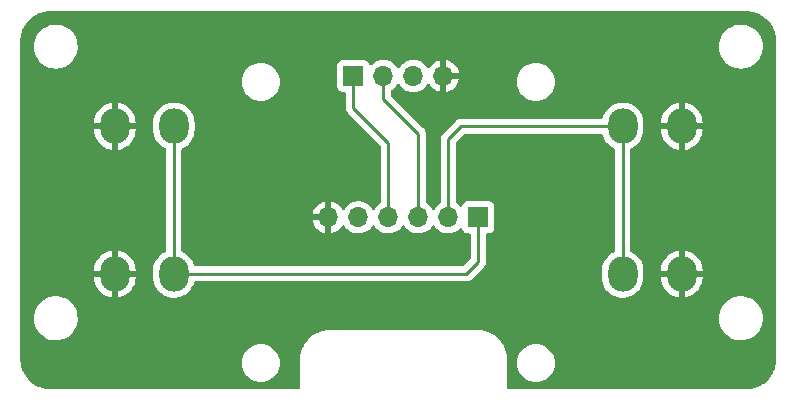
<source format=gtl>
G04 #@! TF.GenerationSoftware,KiCad,Pcbnew,(6.0.4)*
G04 #@! TF.CreationDate,2022-03-24T17:43:31+01:00*
G04 #@! TF.ProjectId,MT32pi-MiSTer,4d543332-7069-42d4-9d69-535465722e6b,rev?*
G04 #@! TF.SameCoordinates,Original*
G04 #@! TF.FileFunction,Copper,L1,Top*
G04 #@! TF.FilePolarity,Positive*
%FSLAX46Y46*%
G04 Gerber Fmt 4.6, Leading zero omitted, Abs format (unit mm)*
G04 Created by KiCad (PCBNEW (6.0.4)) date 2022-03-24 17:43:31*
%MOMM*%
%LPD*%
G01*
G04 APERTURE LIST*
G04 #@! TA.AperFunction,ComponentPad*
%ADD10O,2.500000X3.000000*%
G04 #@! TD*
G04 #@! TA.AperFunction,ComponentPad*
%ADD11R,1.700000X1.700000*%
G04 #@! TD*
G04 #@! TA.AperFunction,ComponentPad*
%ADD12O,1.700000X1.700000*%
G04 #@! TD*
G04 #@! TA.AperFunction,ViaPad*
%ADD13C,0.800000*%
G04 #@! TD*
G04 #@! TA.AperFunction,Conductor*
%ADD14C,0.250000*%
G04 #@! TD*
G04 APERTURE END LIST*
D10*
X131500000Y-92750000D03*
X131500000Y-105250000D03*
X136500000Y-105250000D03*
X136500000Y-92750000D03*
X93500000Y-105250000D03*
X93500000Y-92750000D03*
X88500000Y-92750000D03*
X88500000Y-105250000D03*
D11*
X108690000Y-88490000D03*
D12*
X111230000Y-88490000D03*
X113770000Y-88490000D03*
X116310000Y-88490000D03*
D11*
X119280000Y-100450000D03*
D12*
X116740000Y-100450000D03*
X114200000Y-100450000D03*
X111660000Y-100450000D03*
X109120000Y-100450000D03*
X106580000Y-100450000D03*
D13*
X125000000Y-83500000D03*
X130000000Y-114500000D03*
X81000000Y-104000000D03*
X135000000Y-114500000D03*
X110000000Y-83500000D03*
X144000000Y-104000000D03*
X135000000Y-83500000D03*
X117500000Y-109500000D03*
X105000000Y-83500000D03*
X100000000Y-83500000D03*
X81000000Y-94000000D03*
X115000000Y-83500000D03*
X90000000Y-83500000D03*
X144000000Y-94000000D03*
X81000000Y-99000000D03*
X90000000Y-114500000D03*
X140000000Y-114500000D03*
X85000000Y-114500000D03*
X130000000Y-83500000D03*
X112500000Y-109500000D03*
X144000000Y-99000000D03*
X120000000Y-83500000D03*
X95000000Y-114500000D03*
X95000000Y-83500000D03*
X107500000Y-109500000D03*
D14*
X108690000Y-88490000D02*
X108690000Y-91164000D01*
X108690000Y-91164000D02*
X111660000Y-94134000D01*
X114200000Y-93372000D02*
X114200000Y-100450000D01*
X116740000Y-93826000D02*
X117816000Y-92750000D01*
X93500000Y-105250000D02*
X93500000Y-92750000D01*
X119280000Y-104240000D02*
X118270000Y-105250000D01*
X118270000Y-105250000D02*
X93500000Y-105250000D01*
X111660000Y-94134000D02*
X111660000Y-100450000D01*
X131500000Y-92750000D02*
X131500000Y-105250000D01*
X111230000Y-90402000D02*
X114200000Y-93372000D01*
X116740000Y-100450000D02*
X116740000Y-93826000D01*
X119280000Y-100450000D02*
X119280000Y-104240000D01*
X111230000Y-88490000D02*
X111230000Y-90402000D01*
X117816000Y-92750000D02*
X131500000Y-92750000D01*
G04 #@! TA.AperFunction,Conductor*
G36*
X141970018Y-83010000D02*
G01*
X141984851Y-83012310D01*
X141984855Y-83012310D01*
X141993724Y-83013691D01*
X142010923Y-83011442D01*
X142034863Y-83010609D01*
X142292710Y-83026206D01*
X142307814Y-83028040D01*
X142379786Y-83041229D01*
X142588760Y-83079525D01*
X142603526Y-83083164D01*
X142876231Y-83168142D01*
X142890445Y-83173534D01*
X143108223Y-83271547D01*
X143150906Y-83290757D01*
X143164379Y-83297828D01*
X143408813Y-83445595D01*
X143421334Y-83454238D01*
X143646171Y-83630385D01*
X143657560Y-83640475D01*
X143859525Y-83842440D01*
X143869615Y-83853829D01*
X144045762Y-84078666D01*
X144054405Y-84091187D01*
X144128171Y-84213209D01*
X144187873Y-84311967D01*
X144202172Y-84335621D01*
X144209242Y-84349092D01*
X144326466Y-84609555D01*
X144331858Y-84623769D01*
X144366170Y-84733881D01*
X144416836Y-84896473D01*
X144420475Y-84911240D01*
X144440279Y-85019304D01*
X144471960Y-85192186D01*
X144473794Y-85207290D01*
X144488953Y-85457904D01*
X144487692Y-85484716D01*
X144487690Y-85484852D01*
X144486309Y-85493724D01*
X144487473Y-85502626D01*
X144487473Y-85502628D01*
X144490436Y-85525283D01*
X144491500Y-85541621D01*
X144491500Y-112450633D01*
X144490000Y-112470018D01*
X144487690Y-112484851D01*
X144487690Y-112484855D01*
X144486309Y-112493724D01*
X144488136Y-112507693D01*
X144488558Y-112510919D01*
X144489391Y-112534863D01*
X144473794Y-112792710D01*
X144471960Y-112807814D01*
X144420477Y-113088754D01*
X144416836Y-113103526D01*
X144357743Y-113293164D01*
X144331859Y-113376227D01*
X144326466Y-113390445D01*
X144209243Y-113650906D01*
X144202172Y-113664379D01*
X144054405Y-113908813D01*
X144045762Y-113921334D01*
X143869615Y-114146171D01*
X143859525Y-114157560D01*
X143657560Y-114359525D01*
X143646171Y-114369615D01*
X143421334Y-114545762D01*
X143408813Y-114554405D01*
X143164379Y-114702172D01*
X143150908Y-114709242D01*
X142890445Y-114826466D01*
X142876231Y-114831858D01*
X142603527Y-114916836D01*
X142588760Y-114920475D01*
X142379786Y-114958771D01*
X142307814Y-114971960D01*
X142292710Y-114973794D01*
X142042096Y-114988953D01*
X142015284Y-114987692D01*
X142015148Y-114987690D01*
X142006276Y-114986309D01*
X141997374Y-114987473D01*
X141997372Y-114987473D01*
X141982707Y-114989391D01*
X141974714Y-114990436D01*
X141958379Y-114991500D01*
X121834500Y-114991500D01*
X121766379Y-114971498D01*
X121719886Y-114917842D01*
X121708500Y-114865500D01*
X121708500Y-112790000D01*
X122536526Y-112790000D01*
X122556391Y-113042403D01*
X122557545Y-113047210D01*
X122557546Y-113047216D01*
X122571065Y-113103527D01*
X122615495Y-113288591D01*
X122617388Y-113293162D01*
X122617389Y-113293164D01*
X122654807Y-113383498D01*
X122712384Y-113522502D01*
X122844672Y-113738376D01*
X122847883Y-113742135D01*
X123000934Y-113921334D01*
X123009102Y-113930898D01*
X123201624Y-114095328D01*
X123417498Y-114227616D01*
X123422068Y-114229509D01*
X123422072Y-114229511D01*
X123646836Y-114322611D01*
X123651409Y-114324505D01*
X123736032Y-114344821D01*
X123892784Y-114382454D01*
X123892790Y-114382455D01*
X123897597Y-114383609D01*
X123997416Y-114391465D01*
X124084345Y-114398307D01*
X124084352Y-114398307D01*
X124086801Y-114398500D01*
X124213199Y-114398500D01*
X124215648Y-114398307D01*
X124215655Y-114398307D01*
X124302584Y-114391465D01*
X124402403Y-114383609D01*
X124407210Y-114382455D01*
X124407216Y-114382454D01*
X124563968Y-114344821D01*
X124648591Y-114324505D01*
X124653164Y-114322611D01*
X124877928Y-114229511D01*
X124877932Y-114229509D01*
X124882502Y-114227616D01*
X125098376Y-114095328D01*
X125290898Y-113930898D01*
X125299067Y-113921334D01*
X125452117Y-113742135D01*
X125455328Y-113738376D01*
X125587616Y-113522502D01*
X125645194Y-113383498D01*
X125682611Y-113293164D01*
X125682612Y-113293162D01*
X125684505Y-113288591D01*
X125728935Y-113103527D01*
X125742454Y-113047216D01*
X125742455Y-113047210D01*
X125743609Y-113042403D01*
X125763474Y-112790000D01*
X125743609Y-112537597D01*
X125742349Y-112532345D01*
X125685660Y-112296221D01*
X125684505Y-112291409D01*
X125647006Y-112200878D01*
X125589511Y-112062072D01*
X125589509Y-112062068D01*
X125587616Y-112057498D01*
X125455328Y-111841624D01*
X125290898Y-111649102D01*
X125098376Y-111484672D01*
X124882502Y-111352384D01*
X124877932Y-111350491D01*
X124877928Y-111350489D01*
X124653164Y-111257389D01*
X124653162Y-111257388D01*
X124648591Y-111255495D01*
X124563968Y-111235179D01*
X124407216Y-111197546D01*
X124407210Y-111197545D01*
X124402403Y-111196391D01*
X124302584Y-111188535D01*
X124215655Y-111181693D01*
X124215648Y-111181693D01*
X124213199Y-111181500D01*
X124086801Y-111181500D01*
X124084352Y-111181693D01*
X124084345Y-111181693D01*
X123997416Y-111188535D01*
X123897597Y-111196391D01*
X123892790Y-111197545D01*
X123892784Y-111197546D01*
X123736032Y-111235179D01*
X123651409Y-111255495D01*
X123646838Y-111257388D01*
X123646836Y-111257389D01*
X123422072Y-111350489D01*
X123422068Y-111350491D01*
X123417498Y-111352384D01*
X123201624Y-111484672D01*
X123009102Y-111649102D01*
X122844672Y-111841624D01*
X122712384Y-112057498D01*
X122710491Y-112062068D01*
X122710489Y-112062072D01*
X122652994Y-112200878D01*
X122615495Y-112291409D01*
X122614340Y-112296221D01*
X122557652Y-112532345D01*
X122556391Y-112537597D01*
X122536526Y-112790000D01*
X121708500Y-112790000D01*
X121708500Y-112553250D01*
X121710246Y-112532345D01*
X121712770Y-112517344D01*
X121712770Y-112517341D01*
X121713576Y-112512552D01*
X121713729Y-112500000D01*
X121713040Y-112495190D01*
X121712882Y-112492763D01*
X121712303Y-112487067D01*
X121694992Y-112200878D01*
X121694991Y-112200873D01*
X121694762Y-112197081D01*
X121640059Y-111898579D01*
X121549775Y-111608848D01*
X121425226Y-111332111D01*
X121268228Y-111072405D01*
X121219683Y-111010441D01*
X121201480Y-110987207D01*
X121081071Y-110833516D01*
X120866484Y-110618929D01*
X120627595Y-110431772D01*
X120450094Y-110324469D01*
X120371150Y-110276745D01*
X120371146Y-110276743D01*
X120367889Y-110274774D01*
X120229521Y-110212500D01*
X120094628Y-110151789D01*
X120094622Y-110151787D01*
X120091152Y-110150225D01*
X119801421Y-110059941D01*
X119502919Y-110005238D01*
X119499125Y-110005009D01*
X119499121Y-110005008D01*
X119366717Y-109996999D01*
X119230841Y-109988780D01*
X119217554Y-109987265D01*
X119212552Y-109986424D01*
X119206276Y-109986348D01*
X119204860Y-109986330D01*
X119204857Y-109986330D01*
X119200000Y-109986271D01*
X119175679Y-109989754D01*
X119172376Y-109990227D01*
X119154514Y-109991500D01*
X106753250Y-109991500D01*
X106732345Y-109989754D01*
X106717344Y-109987230D01*
X106717341Y-109987230D01*
X106712552Y-109986424D01*
X106706276Y-109986347D01*
X106704859Y-109986330D01*
X106704856Y-109986330D01*
X106700000Y-109986271D01*
X106695190Y-109986960D01*
X106692763Y-109987118D01*
X106687067Y-109987697D01*
X106400878Y-110005008D01*
X106400873Y-110005009D01*
X106397081Y-110005238D01*
X106098579Y-110059941D01*
X105808848Y-110150225D01*
X105805378Y-110151787D01*
X105805372Y-110151789D01*
X105670479Y-110212500D01*
X105532111Y-110274774D01*
X105528854Y-110276743D01*
X105528850Y-110276745D01*
X105449906Y-110324469D01*
X105272405Y-110431772D01*
X105033516Y-110618929D01*
X104818929Y-110833516D01*
X104698520Y-110987207D01*
X104680318Y-111010441D01*
X104631772Y-111072405D01*
X104474774Y-111332111D01*
X104350225Y-111608848D01*
X104259941Y-111898579D01*
X104205238Y-112197081D01*
X104205009Y-112200871D01*
X104205008Y-112200877D01*
X104188279Y-112477454D01*
X104187718Y-112482655D01*
X104187711Y-112483272D01*
X104187875Y-112483669D01*
X104186309Y-112493724D01*
X104186983Y-112498878D01*
X104186915Y-112500000D01*
X104187130Y-112500000D01*
X104188122Y-112507587D01*
X104190436Y-112525283D01*
X104191500Y-112541620D01*
X104191500Y-114865500D01*
X104171498Y-114933621D01*
X104117842Y-114980114D01*
X104065500Y-114991500D01*
X83049367Y-114991500D01*
X83029982Y-114990000D01*
X83015149Y-114987690D01*
X83015145Y-114987690D01*
X83006276Y-114986309D01*
X82989077Y-114988558D01*
X82965137Y-114989391D01*
X82707290Y-114973794D01*
X82692186Y-114971960D01*
X82620214Y-114958771D01*
X82411240Y-114920475D01*
X82396473Y-114916836D01*
X82123769Y-114831858D01*
X82109555Y-114826466D01*
X81849092Y-114709242D01*
X81835621Y-114702172D01*
X81591187Y-114554405D01*
X81578666Y-114545762D01*
X81353829Y-114369615D01*
X81342440Y-114359525D01*
X81140475Y-114157560D01*
X81130385Y-114146171D01*
X80954238Y-113921334D01*
X80945595Y-113908813D01*
X80797828Y-113664379D01*
X80790757Y-113650906D01*
X80673534Y-113390445D01*
X80668141Y-113376227D01*
X80642258Y-113293164D01*
X80583164Y-113103526D01*
X80579523Y-113088754D01*
X80528040Y-112807814D01*
X80526206Y-112792710D01*
X80526042Y-112790000D01*
X99236526Y-112790000D01*
X99256391Y-113042403D01*
X99257545Y-113047210D01*
X99257546Y-113047216D01*
X99271065Y-113103527D01*
X99315495Y-113288591D01*
X99317388Y-113293162D01*
X99317389Y-113293164D01*
X99354807Y-113383498D01*
X99412384Y-113522502D01*
X99544672Y-113738376D01*
X99547883Y-113742135D01*
X99700934Y-113921334D01*
X99709102Y-113930898D01*
X99901624Y-114095328D01*
X100117498Y-114227616D01*
X100122068Y-114229509D01*
X100122072Y-114229511D01*
X100346836Y-114322611D01*
X100351409Y-114324505D01*
X100436032Y-114344821D01*
X100592784Y-114382454D01*
X100592790Y-114382455D01*
X100597597Y-114383609D01*
X100697416Y-114391465D01*
X100784345Y-114398307D01*
X100784352Y-114398307D01*
X100786801Y-114398500D01*
X100913199Y-114398500D01*
X100915648Y-114398307D01*
X100915655Y-114398307D01*
X101002584Y-114391465D01*
X101102403Y-114383609D01*
X101107210Y-114382455D01*
X101107216Y-114382454D01*
X101263968Y-114344821D01*
X101348591Y-114324505D01*
X101353164Y-114322611D01*
X101577928Y-114229511D01*
X101577932Y-114229509D01*
X101582502Y-114227616D01*
X101798376Y-114095328D01*
X101990898Y-113930898D01*
X101999067Y-113921334D01*
X102152117Y-113742135D01*
X102155328Y-113738376D01*
X102287616Y-113522502D01*
X102345194Y-113383498D01*
X102382611Y-113293164D01*
X102382612Y-113293162D01*
X102384505Y-113288591D01*
X102428935Y-113103527D01*
X102442454Y-113047216D01*
X102442455Y-113047210D01*
X102443609Y-113042403D01*
X102463474Y-112790000D01*
X102443609Y-112537597D01*
X102442349Y-112532345D01*
X102385660Y-112296221D01*
X102384505Y-112291409D01*
X102347006Y-112200878D01*
X102289511Y-112062072D01*
X102289509Y-112062068D01*
X102287616Y-112057498D01*
X102155328Y-111841624D01*
X101990898Y-111649102D01*
X101798376Y-111484672D01*
X101582502Y-111352384D01*
X101577932Y-111350491D01*
X101577928Y-111350489D01*
X101353164Y-111257389D01*
X101353162Y-111257388D01*
X101348591Y-111255495D01*
X101263968Y-111235179D01*
X101107216Y-111197546D01*
X101107210Y-111197545D01*
X101102403Y-111196391D01*
X101002584Y-111188535D01*
X100915655Y-111181693D01*
X100915648Y-111181693D01*
X100913199Y-111181500D01*
X100786801Y-111181500D01*
X100784352Y-111181693D01*
X100784345Y-111181693D01*
X100697416Y-111188535D01*
X100597597Y-111196391D01*
X100592790Y-111197545D01*
X100592784Y-111197546D01*
X100436032Y-111235179D01*
X100351409Y-111255495D01*
X100346838Y-111257388D01*
X100346836Y-111257389D01*
X100122072Y-111350489D01*
X100122068Y-111350491D01*
X100117498Y-111352384D01*
X99901624Y-111484672D01*
X99709102Y-111649102D01*
X99544672Y-111841624D01*
X99412384Y-112057498D01*
X99410491Y-112062068D01*
X99410489Y-112062072D01*
X99352994Y-112200878D01*
X99315495Y-112291409D01*
X99314340Y-112296221D01*
X99257652Y-112532345D01*
X99256391Y-112537597D01*
X99236526Y-112790000D01*
X80526042Y-112790000D01*
X80511269Y-112545768D01*
X80512520Y-112522216D01*
X80512334Y-112522199D01*
X80512769Y-112517350D01*
X80513576Y-112512552D01*
X80513729Y-112500000D01*
X80509773Y-112472376D01*
X80508500Y-112454514D01*
X80508500Y-109042277D01*
X81637009Y-109042277D01*
X81662625Y-109310769D01*
X81663710Y-109315203D01*
X81663711Y-109315209D01*
X81725645Y-109568312D01*
X81726731Y-109572750D01*
X81827985Y-109822733D01*
X81964265Y-110055482D01*
X82039127Y-110149092D01*
X82084686Y-110206060D01*
X82132716Y-110266119D01*
X82329809Y-110450234D01*
X82551416Y-110603968D01*
X82555499Y-110605999D01*
X82555502Y-110606001D01*
X82576759Y-110616576D01*
X82792894Y-110724101D01*
X82797228Y-110725522D01*
X82797231Y-110725523D01*
X83044853Y-110806698D01*
X83044859Y-110806699D01*
X83049186Y-110808118D01*
X83053677Y-110808898D01*
X83053678Y-110808898D01*
X83311140Y-110853601D01*
X83311148Y-110853602D01*
X83314921Y-110854257D01*
X83318758Y-110854448D01*
X83398578Y-110858422D01*
X83398586Y-110858422D01*
X83400149Y-110858500D01*
X83568512Y-110858500D01*
X83570780Y-110858335D01*
X83570792Y-110858335D01*
X83701884Y-110848823D01*
X83769004Y-110843953D01*
X83773459Y-110842969D01*
X83773462Y-110842969D01*
X84027912Y-110786791D01*
X84027916Y-110786790D01*
X84032372Y-110785806D01*
X84158480Y-110738028D01*
X84280318Y-110691868D01*
X84280321Y-110691867D01*
X84284588Y-110690250D01*
X84520368Y-110559286D01*
X84734773Y-110395657D01*
X84923312Y-110202792D01*
X85082034Y-109984730D01*
X85165190Y-109826676D01*
X85205490Y-109750079D01*
X85205493Y-109750073D01*
X85207615Y-109746039D01*
X85270378Y-109568312D01*
X85295902Y-109496033D01*
X85295902Y-109496032D01*
X85297425Y-109491720D01*
X85349581Y-109227100D01*
X85358782Y-109042277D01*
X139637009Y-109042277D01*
X139662625Y-109310769D01*
X139663710Y-109315203D01*
X139663711Y-109315209D01*
X139725645Y-109568312D01*
X139726731Y-109572750D01*
X139827985Y-109822733D01*
X139964265Y-110055482D01*
X140039127Y-110149092D01*
X140084686Y-110206060D01*
X140132716Y-110266119D01*
X140329809Y-110450234D01*
X140551416Y-110603968D01*
X140555499Y-110605999D01*
X140555502Y-110606001D01*
X140576759Y-110616576D01*
X140792894Y-110724101D01*
X140797228Y-110725522D01*
X140797231Y-110725523D01*
X141044853Y-110806698D01*
X141044859Y-110806699D01*
X141049186Y-110808118D01*
X141053677Y-110808898D01*
X141053678Y-110808898D01*
X141311140Y-110853601D01*
X141311148Y-110853602D01*
X141314921Y-110854257D01*
X141318758Y-110854448D01*
X141398578Y-110858422D01*
X141398586Y-110858422D01*
X141400149Y-110858500D01*
X141568512Y-110858500D01*
X141570780Y-110858335D01*
X141570792Y-110858335D01*
X141701884Y-110848823D01*
X141769004Y-110843953D01*
X141773459Y-110842969D01*
X141773462Y-110842969D01*
X142027912Y-110786791D01*
X142027916Y-110786790D01*
X142032372Y-110785806D01*
X142158480Y-110738028D01*
X142280318Y-110691868D01*
X142280321Y-110691867D01*
X142284588Y-110690250D01*
X142520368Y-110559286D01*
X142734773Y-110395657D01*
X142923312Y-110202792D01*
X143082034Y-109984730D01*
X143165190Y-109826676D01*
X143205490Y-109750079D01*
X143205493Y-109750073D01*
X143207615Y-109746039D01*
X143270378Y-109568312D01*
X143295902Y-109496033D01*
X143295902Y-109496032D01*
X143297425Y-109491720D01*
X143349581Y-109227100D01*
X143358782Y-109042277D01*
X143362764Y-108962292D01*
X143362764Y-108962286D01*
X143362991Y-108957723D01*
X143337375Y-108689231D01*
X143292042Y-108503967D01*
X143274355Y-108431688D01*
X143273269Y-108427250D01*
X143172015Y-108177267D01*
X143035735Y-107944518D01*
X142917928Y-107797208D01*
X142870136Y-107737447D01*
X142870135Y-107737445D01*
X142867284Y-107733881D01*
X142670191Y-107549766D01*
X142448584Y-107396032D01*
X142444501Y-107394001D01*
X142444498Y-107393999D01*
X142279606Y-107311967D01*
X142207106Y-107275899D01*
X142202772Y-107274478D01*
X142202769Y-107274477D01*
X141955147Y-107193302D01*
X141955141Y-107193301D01*
X141950814Y-107191882D01*
X141946322Y-107191102D01*
X141688860Y-107146399D01*
X141688852Y-107146398D01*
X141685079Y-107145743D01*
X141673817Y-107145182D01*
X141601422Y-107141578D01*
X141601414Y-107141578D01*
X141599851Y-107141500D01*
X141431488Y-107141500D01*
X141429220Y-107141665D01*
X141429208Y-107141665D01*
X141298116Y-107151177D01*
X141230996Y-107156047D01*
X141226541Y-107157031D01*
X141226538Y-107157031D01*
X140972088Y-107213209D01*
X140972084Y-107213210D01*
X140967628Y-107214194D01*
X140911946Y-107235290D01*
X140719682Y-107308132D01*
X140719679Y-107308133D01*
X140715412Y-107309750D01*
X140479632Y-107440714D01*
X140265227Y-107604343D01*
X140076688Y-107797208D01*
X139917966Y-108015270D01*
X139915844Y-108019304D01*
X139794510Y-108249921D01*
X139794507Y-108249927D01*
X139792385Y-108253961D01*
X139790865Y-108258266D01*
X139790863Y-108258270D01*
X139704098Y-108503967D01*
X139702575Y-108508280D01*
X139650419Y-108772900D01*
X139650192Y-108777453D01*
X139650192Y-108777456D01*
X139640991Y-108962292D01*
X139637009Y-109042277D01*
X85358782Y-109042277D01*
X85362764Y-108962292D01*
X85362764Y-108962286D01*
X85362991Y-108957723D01*
X85337375Y-108689231D01*
X85292042Y-108503967D01*
X85274355Y-108431688D01*
X85273269Y-108427250D01*
X85172015Y-108177267D01*
X85035735Y-107944518D01*
X84917928Y-107797208D01*
X84870136Y-107737447D01*
X84870135Y-107737445D01*
X84867284Y-107733881D01*
X84670191Y-107549766D01*
X84448584Y-107396032D01*
X84444501Y-107394001D01*
X84444498Y-107393999D01*
X84279606Y-107311967D01*
X84207106Y-107275899D01*
X84202772Y-107274478D01*
X84202769Y-107274477D01*
X83955147Y-107193302D01*
X83955141Y-107193301D01*
X83950814Y-107191882D01*
X83946322Y-107191102D01*
X83688860Y-107146399D01*
X83688852Y-107146398D01*
X83685079Y-107145743D01*
X83673817Y-107145182D01*
X83601422Y-107141578D01*
X83601414Y-107141578D01*
X83599851Y-107141500D01*
X83431488Y-107141500D01*
X83429220Y-107141665D01*
X83429208Y-107141665D01*
X83298116Y-107151177D01*
X83230996Y-107156047D01*
X83226541Y-107157031D01*
X83226538Y-107157031D01*
X82972088Y-107213209D01*
X82972084Y-107213210D01*
X82967628Y-107214194D01*
X82911946Y-107235290D01*
X82719682Y-107308132D01*
X82719679Y-107308133D01*
X82715412Y-107309750D01*
X82479632Y-107440714D01*
X82265227Y-107604343D01*
X82076688Y-107797208D01*
X81917966Y-108015270D01*
X81915844Y-108019304D01*
X81794510Y-108249921D01*
X81794507Y-108249927D01*
X81792385Y-108253961D01*
X81790865Y-108258266D01*
X81790863Y-108258270D01*
X81704098Y-108503967D01*
X81702575Y-108508280D01*
X81650419Y-108772900D01*
X81650192Y-108777453D01*
X81650192Y-108777456D01*
X81640991Y-108962292D01*
X81637009Y-109042277D01*
X80508500Y-109042277D01*
X80508500Y-105563998D01*
X86742000Y-105563998D01*
X86742173Y-105568673D01*
X86756088Y-105755926D01*
X86757464Y-105765132D01*
X86813071Y-106010874D01*
X86815795Y-106019785D01*
X86907112Y-106254608D01*
X86911123Y-106263017D01*
X87036146Y-106481760D01*
X87041357Y-106489486D01*
X87197341Y-106687350D01*
X87203634Y-106694218D01*
X87387144Y-106866848D01*
X87394398Y-106872722D01*
X87601403Y-107016327D01*
X87609438Y-107021060D01*
X87835407Y-107132495D01*
X87844040Y-107135983D01*
X88083994Y-107212793D01*
X88093076Y-107214973D01*
X88228120Y-107236967D01*
X88241714Y-107235271D01*
X88245865Y-107221606D01*
X88754000Y-107221606D01*
X88758018Y-107235290D01*
X88771710Y-107237311D01*
X88861904Y-107225036D01*
X88871022Y-107223098D01*
X89112902Y-107152596D01*
X89121633Y-107149333D01*
X89350442Y-107043849D01*
X89358594Y-107039330D01*
X89569291Y-106901192D01*
X89576696Y-106895509D01*
X89764654Y-106727751D01*
X89771139Y-106721035D01*
X89932239Y-106527334D01*
X89937654Y-106519742D01*
X90068354Y-106304354D01*
X90072592Y-106296037D01*
X90170019Y-106063701D01*
X90172980Y-106054851D01*
X90234994Y-105810669D01*
X90236616Y-105801472D01*
X90257684Y-105592247D01*
X90258000Y-105585955D01*
X90258000Y-105566354D01*
X91741500Y-105566354D01*
X91741673Y-105568679D01*
X91741673Y-105568685D01*
X91754421Y-105740221D01*
X91755939Y-105760652D01*
X91756968Y-105765200D01*
X91756969Y-105765206D01*
X91783624Y-105883003D01*
X91813623Y-106015577D01*
X91815315Y-106019929D01*
X91815316Y-106019931D01*
X91832399Y-106063859D01*
X91908353Y-106259177D01*
X92038049Y-106486098D01*
X92199862Y-106691357D01*
X92390237Y-106870443D01*
X92542563Y-106976116D01*
X92600527Y-107016327D01*
X92604991Y-107019424D01*
X92609181Y-107021490D01*
X92609184Y-107021492D01*
X92835219Y-107132960D01*
X92835222Y-107132961D01*
X92839407Y-107135025D01*
X92843850Y-107136447D01*
X92843852Y-107136448D01*
X93017029Y-107191882D01*
X93088335Y-107214707D01*
X93346307Y-107256721D01*
X93460058Y-107258210D01*
X93602978Y-107260081D01*
X93602981Y-107260081D01*
X93607655Y-107260142D01*
X93866638Y-107224896D01*
X93877926Y-107221606D01*
X93982580Y-107191102D01*
X94117567Y-107151757D01*
X94129190Y-107146399D01*
X94172112Y-107126611D01*
X94354928Y-107042332D01*
X94404976Y-107009519D01*
X94569596Y-106901590D01*
X94569601Y-106901586D01*
X94573509Y-106899024D01*
X94768506Y-106724982D01*
X94935637Y-106524030D01*
X95071229Y-106300581D01*
X95172303Y-106059545D01*
X95192890Y-105978484D01*
X95229045Y-105917383D01*
X95292494Y-105885529D01*
X95315013Y-105883500D01*
X118191233Y-105883500D01*
X118202416Y-105884027D01*
X118209909Y-105885702D01*
X118217835Y-105885453D01*
X118217836Y-105885453D01*
X118277986Y-105883562D01*
X118281945Y-105883500D01*
X118309856Y-105883500D01*
X118313791Y-105883003D01*
X118313856Y-105882995D01*
X118325693Y-105882062D01*
X118357951Y-105881048D01*
X118361970Y-105880922D01*
X118369889Y-105880673D01*
X118389343Y-105875021D01*
X118408700Y-105871013D01*
X118420930Y-105869468D01*
X118420931Y-105869468D01*
X118428797Y-105868474D01*
X118436168Y-105865555D01*
X118436170Y-105865555D01*
X118469912Y-105852196D01*
X118481142Y-105848351D01*
X118515983Y-105838229D01*
X118515984Y-105838229D01*
X118523593Y-105836018D01*
X118530412Y-105831985D01*
X118530417Y-105831983D01*
X118541028Y-105825707D01*
X118558776Y-105817012D01*
X118577617Y-105809552D01*
X118588615Y-105801562D01*
X118613387Y-105783564D01*
X118623307Y-105777048D01*
X118654535Y-105758580D01*
X118654538Y-105758578D01*
X118661362Y-105754542D01*
X118675683Y-105740221D01*
X118690717Y-105727380D01*
X118700694Y-105720131D01*
X118707107Y-105715472D01*
X118735298Y-105681395D01*
X118743288Y-105672616D01*
X119672247Y-104743657D01*
X119680537Y-104736113D01*
X119687018Y-104732000D01*
X119733659Y-104682332D01*
X119736413Y-104679491D01*
X119756135Y-104659769D01*
X119758619Y-104656567D01*
X119766317Y-104647555D01*
X119791161Y-104621098D01*
X119796586Y-104615321D01*
X119806347Y-104597566D01*
X119817198Y-104581047D01*
X119829614Y-104565041D01*
X119832764Y-104557762D01*
X119847174Y-104524463D01*
X119852391Y-104513813D01*
X119873695Y-104475060D01*
X119878733Y-104455437D01*
X119885137Y-104436734D01*
X119890033Y-104425420D01*
X119890033Y-104425419D01*
X119893181Y-104418145D01*
X119894420Y-104410322D01*
X119894423Y-104410312D01*
X119900099Y-104374476D01*
X119902505Y-104362856D01*
X119911528Y-104327711D01*
X119911528Y-104327710D01*
X119913500Y-104320030D01*
X119913500Y-104299776D01*
X119915051Y-104280065D01*
X119916980Y-104267886D01*
X119918220Y-104260057D01*
X119914059Y-104216038D01*
X119913500Y-104204181D01*
X119913500Y-101934500D01*
X119933502Y-101866379D01*
X119987158Y-101819886D01*
X120039500Y-101808500D01*
X120178134Y-101808500D01*
X120240316Y-101801745D01*
X120376705Y-101750615D01*
X120493261Y-101663261D01*
X120580615Y-101546705D01*
X120631745Y-101410316D01*
X120638500Y-101348134D01*
X120638500Y-99551866D01*
X120631745Y-99489684D01*
X120580615Y-99353295D01*
X120493261Y-99236739D01*
X120376705Y-99149385D01*
X120240316Y-99098255D01*
X120178134Y-99091500D01*
X118381866Y-99091500D01*
X118319684Y-99098255D01*
X118183295Y-99149385D01*
X118066739Y-99236739D01*
X117979385Y-99353295D01*
X117976233Y-99361703D01*
X117934919Y-99471907D01*
X117892277Y-99528671D01*
X117825716Y-99553371D01*
X117756367Y-99538163D01*
X117723743Y-99512476D01*
X117673151Y-99456875D01*
X117673142Y-99456866D01*
X117669670Y-99453051D01*
X117665619Y-99449852D01*
X117665615Y-99449848D01*
X117498414Y-99317800D01*
X117498410Y-99317798D01*
X117494359Y-99314598D01*
X117489835Y-99312101D01*
X117489831Y-99312098D01*
X117438608Y-99283822D01*
X117388636Y-99233390D01*
X117373500Y-99173513D01*
X117373500Y-94140595D01*
X117393502Y-94072474D01*
X117410405Y-94051499D01*
X118041501Y-93420404D01*
X118103813Y-93386379D01*
X118130596Y-93383500D01*
X129683063Y-93383500D01*
X129751184Y-93403502D01*
X129797677Y-93457158D01*
X129805955Y-93481691D01*
X129807951Y-93490509D01*
X129812559Y-93510874D01*
X129813623Y-93515577D01*
X129815315Y-93519929D01*
X129815316Y-93519931D01*
X129906301Y-93753899D01*
X129908353Y-93759177D01*
X129910670Y-93763231D01*
X129910671Y-93763233D01*
X129923646Y-93785935D01*
X130038049Y-93986098D01*
X130199862Y-94191357D01*
X130390237Y-94370443D01*
X130502891Y-94448594D01*
X130600527Y-94516327D01*
X130604991Y-94519424D01*
X130789967Y-94610644D01*
X130796229Y-94613732D01*
X130848477Y-94661801D01*
X130866500Y-94726738D01*
X130866500Y-103274930D01*
X130846498Y-103343051D01*
X130793251Y-103389356D01*
X130729488Y-103418752D01*
X130645072Y-103457668D01*
X130606067Y-103483241D01*
X130430404Y-103598410D01*
X130430399Y-103598414D01*
X130426491Y-103600976D01*
X130231494Y-103775018D01*
X130064363Y-103975970D01*
X129928771Y-104199419D01*
X129827697Y-104440455D01*
X129763359Y-104693783D01*
X129741500Y-104910867D01*
X129741500Y-105566354D01*
X129741673Y-105568679D01*
X129741673Y-105568685D01*
X129754421Y-105740221D01*
X129755939Y-105760652D01*
X129756968Y-105765200D01*
X129756969Y-105765206D01*
X129783624Y-105883003D01*
X129813623Y-106015577D01*
X129815315Y-106019929D01*
X129815316Y-106019931D01*
X129832399Y-106063859D01*
X129908353Y-106259177D01*
X130038049Y-106486098D01*
X130199862Y-106691357D01*
X130390237Y-106870443D01*
X130542563Y-106976116D01*
X130600527Y-107016327D01*
X130604991Y-107019424D01*
X130609181Y-107021490D01*
X130609184Y-107021492D01*
X130835219Y-107132960D01*
X130835222Y-107132961D01*
X130839407Y-107135025D01*
X130843850Y-107136447D01*
X130843852Y-107136448D01*
X131017029Y-107191882D01*
X131088335Y-107214707D01*
X131346307Y-107256721D01*
X131460058Y-107258210D01*
X131602978Y-107260081D01*
X131602981Y-107260081D01*
X131607655Y-107260142D01*
X131866638Y-107224896D01*
X131877926Y-107221606D01*
X131982580Y-107191102D01*
X132117567Y-107151757D01*
X132129190Y-107146399D01*
X132172112Y-107126611D01*
X132354928Y-107042332D01*
X132404976Y-107009519D01*
X132569596Y-106901590D01*
X132569601Y-106901586D01*
X132573509Y-106899024D01*
X132768506Y-106724982D01*
X132935637Y-106524030D01*
X133071229Y-106300581D01*
X133172303Y-106059545D01*
X133236641Y-105806217D01*
X133241845Y-105754542D01*
X133258184Y-105592271D01*
X133258500Y-105589133D01*
X133258500Y-105563998D01*
X134742000Y-105563998D01*
X134742173Y-105568673D01*
X134756088Y-105755926D01*
X134757464Y-105765132D01*
X134813071Y-106010874D01*
X134815795Y-106019785D01*
X134907112Y-106254608D01*
X134911123Y-106263017D01*
X135036146Y-106481760D01*
X135041357Y-106489486D01*
X135197341Y-106687350D01*
X135203634Y-106694218D01*
X135387144Y-106866848D01*
X135394398Y-106872722D01*
X135601403Y-107016327D01*
X135609438Y-107021060D01*
X135835407Y-107132495D01*
X135844040Y-107135983D01*
X136083994Y-107212793D01*
X136093076Y-107214973D01*
X136228120Y-107236967D01*
X136241714Y-107235271D01*
X136245865Y-107221606D01*
X136754000Y-107221606D01*
X136758018Y-107235290D01*
X136771710Y-107237311D01*
X136861904Y-107225036D01*
X136871022Y-107223098D01*
X137112902Y-107152596D01*
X137121633Y-107149333D01*
X137350442Y-107043849D01*
X137358594Y-107039330D01*
X137569291Y-106901192D01*
X137576696Y-106895509D01*
X137764654Y-106727751D01*
X137771139Y-106721035D01*
X137932239Y-106527334D01*
X137937654Y-106519742D01*
X138068354Y-106304354D01*
X138072592Y-106296037D01*
X138170019Y-106063701D01*
X138172980Y-106054851D01*
X138234994Y-105810669D01*
X138236616Y-105801472D01*
X138257684Y-105592247D01*
X138258000Y-105585955D01*
X138258000Y-105522115D01*
X138253525Y-105506876D01*
X138252135Y-105505671D01*
X138244452Y-105504000D01*
X136772115Y-105504000D01*
X136756876Y-105508475D01*
X136755671Y-105509865D01*
X136754000Y-105517548D01*
X136754000Y-107221606D01*
X136245865Y-107221606D01*
X136246000Y-107221161D01*
X136246000Y-105522115D01*
X136241525Y-105506876D01*
X136240135Y-105505671D01*
X136232452Y-105504000D01*
X134760115Y-105504000D01*
X134744876Y-105508475D01*
X134743671Y-105509865D01*
X134742000Y-105517548D01*
X134742000Y-105563998D01*
X133258500Y-105563998D01*
X133258500Y-104977885D01*
X134742000Y-104977885D01*
X134746475Y-104993124D01*
X134747865Y-104994329D01*
X134755548Y-104996000D01*
X136227885Y-104996000D01*
X136243124Y-104991525D01*
X136244329Y-104990135D01*
X136246000Y-104982452D01*
X136246000Y-104977885D01*
X136754000Y-104977885D01*
X136758475Y-104993124D01*
X136759865Y-104994329D01*
X136767548Y-104996000D01*
X138239885Y-104996000D01*
X138255124Y-104991525D01*
X138256329Y-104990135D01*
X138258000Y-104982452D01*
X138258000Y-104936002D01*
X138257827Y-104931327D01*
X138243912Y-104744074D01*
X138242536Y-104734868D01*
X138186929Y-104489126D01*
X138184205Y-104480215D01*
X138092888Y-104245392D01*
X138088877Y-104236983D01*
X137963854Y-104018240D01*
X137958643Y-104010514D01*
X137802659Y-103812650D01*
X137796366Y-103805782D01*
X137612856Y-103633152D01*
X137605602Y-103627278D01*
X137398597Y-103483673D01*
X137390562Y-103478940D01*
X137164593Y-103367505D01*
X137155960Y-103364017D01*
X136916006Y-103287207D01*
X136906924Y-103285027D01*
X136771880Y-103263033D01*
X136758286Y-103264729D01*
X136754000Y-103278839D01*
X136754000Y-104977885D01*
X136246000Y-104977885D01*
X136246000Y-103278394D01*
X136241982Y-103264710D01*
X136228290Y-103262689D01*
X136138096Y-103274964D01*
X136128978Y-103276902D01*
X135887098Y-103347404D01*
X135878367Y-103350667D01*
X135649558Y-103456151D01*
X135641406Y-103460670D01*
X135430709Y-103598808D01*
X135423304Y-103604491D01*
X135235346Y-103772249D01*
X135228861Y-103778965D01*
X135067761Y-103972666D01*
X135062346Y-103980258D01*
X134931646Y-104195646D01*
X134927408Y-104203963D01*
X134829981Y-104436299D01*
X134827020Y-104445149D01*
X134765006Y-104689331D01*
X134763384Y-104698528D01*
X134742316Y-104907753D01*
X134742000Y-104914045D01*
X134742000Y-104977885D01*
X133258500Y-104977885D01*
X133258500Y-104933646D01*
X133258327Y-104931315D01*
X133244407Y-104744000D01*
X133244406Y-104743996D01*
X133244061Y-104739348D01*
X133242399Y-104732000D01*
X133195437Y-104524463D01*
X133186377Y-104484423D01*
X133179751Y-104467384D01*
X133093340Y-104245176D01*
X133093339Y-104245173D01*
X133091647Y-104240823D01*
X132961951Y-104013902D01*
X132800138Y-103808643D01*
X132609763Y-103629557D01*
X132457437Y-103523884D01*
X132398851Y-103483241D01*
X132398848Y-103483239D01*
X132395009Y-103480576D01*
X132203771Y-103386268D01*
X132151523Y-103338199D01*
X132133500Y-103273262D01*
X132133500Y-94725070D01*
X132153502Y-94656949D01*
X132206749Y-94610644D01*
X132270512Y-94581248D01*
X132354928Y-94542332D01*
X132404976Y-94509519D01*
X132569596Y-94401590D01*
X132569601Y-94401586D01*
X132573509Y-94399024D01*
X132768506Y-94224982D01*
X132935637Y-94024030D01*
X132990210Y-93934097D01*
X133068804Y-93804578D01*
X133068806Y-93804574D01*
X133071229Y-93800581D01*
X133172303Y-93559545D01*
X133236641Y-93306217D01*
X133240076Y-93272110D01*
X133258184Y-93092271D01*
X133258500Y-93089133D01*
X133258500Y-93063998D01*
X134742000Y-93063998D01*
X134742173Y-93068673D01*
X134756088Y-93255926D01*
X134757464Y-93265132D01*
X134813071Y-93510874D01*
X134815795Y-93519785D01*
X134907112Y-93754608D01*
X134911123Y-93763017D01*
X135036146Y-93981760D01*
X135041357Y-93989486D01*
X135197341Y-94187350D01*
X135203634Y-94194218D01*
X135387144Y-94366848D01*
X135394398Y-94372722D01*
X135601403Y-94516327D01*
X135609438Y-94521060D01*
X135835407Y-94632495D01*
X135844040Y-94635983D01*
X136083994Y-94712793D01*
X136093076Y-94714973D01*
X136228120Y-94736967D01*
X136241714Y-94735271D01*
X136245865Y-94721606D01*
X136754000Y-94721606D01*
X136758018Y-94735290D01*
X136771710Y-94737311D01*
X136861904Y-94725036D01*
X136871022Y-94723098D01*
X137112902Y-94652596D01*
X137121633Y-94649333D01*
X137350442Y-94543849D01*
X137358594Y-94539330D01*
X137569291Y-94401192D01*
X137576696Y-94395509D01*
X137764654Y-94227751D01*
X137771139Y-94221035D01*
X137932239Y-94027334D01*
X137937654Y-94019742D01*
X138068354Y-93804354D01*
X138072592Y-93796037D01*
X138170019Y-93563701D01*
X138172980Y-93554851D01*
X138234994Y-93310669D01*
X138236616Y-93301472D01*
X138257684Y-93092247D01*
X138258000Y-93085955D01*
X138258000Y-93022115D01*
X138253525Y-93006876D01*
X138252135Y-93005671D01*
X138244452Y-93004000D01*
X136772115Y-93004000D01*
X136756876Y-93008475D01*
X136755671Y-93009865D01*
X136754000Y-93017548D01*
X136754000Y-94721606D01*
X136245865Y-94721606D01*
X136246000Y-94721161D01*
X136246000Y-93022115D01*
X136241525Y-93006876D01*
X136240135Y-93005671D01*
X136232452Y-93004000D01*
X134760115Y-93004000D01*
X134744876Y-93008475D01*
X134743671Y-93009865D01*
X134742000Y-93017548D01*
X134742000Y-93063998D01*
X133258500Y-93063998D01*
X133258500Y-92477885D01*
X134742000Y-92477885D01*
X134746475Y-92493124D01*
X134747865Y-92494329D01*
X134755548Y-92496000D01*
X136227885Y-92496000D01*
X136243124Y-92491525D01*
X136244329Y-92490135D01*
X136246000Y-92482452D01*
X136246000Y-92477885D01*
X136754000Y-92477885D01*
X136758475Y-92493124D01*
X136759865Y-92494329D01*
X136767548Y-92496000D01*
X138239885Y-92496000D01*
X138255124Y-92491525D01*
X138256329Y-92490135D01*
X138258000Y-92482452D01*
X138258000Y-92436002D01*
X138257827Y-92431327D01*
X138243912Y-92244074D01*
X138242536Y-92234868D01*
X138186929Y-91989126D01*
X138184205Y-91980215D01*
X138092888Y-91745392D01*
X138088877Y-91736983D01*
X137963854Y-91518240D01*
X137958643Y-91510514D01*
X137802659Y-91312650D01*
X137796366Y-91305782D01*
X137612856Y-91133152D01*
X137605602Y-91127278D01*
X137398597Y-90983673D01*
X137390562Y-90978940D01*
X137164593Y-90867505D01*
X137155960Y-90864017D01*
X136916006Y-90787207D01*
X136906924Y-90785027D01*
X136771880Y-90763033D01*
X136758286Y-90764729D01*
X136754000Y-90778839D01*
X136754000Y-92477885D01*
X136246000Y-92477885D01*
X136246000Y-90778394D01*
X136241982Y-90764710D01*
X136228290Y-90762689D01*
X136138096Y-90774964D01*
X136128978Y-90776902D01*
X135887098Y-90847404D01*
X135878367Y-90850667D01*
X135649558Y-90956151D01*
X135641406Y-90960670D01*
X135430709Y-91098808D01*
X135423304Y-91104491D01*
X135235346Y-91272249D01*
X135228861Y-91278965D01*
X135067761Y-91472666D01*
X135062346Y-91480258D01*
X134931646Y-91695646D01*
X134927408Y-91703963D01*
X134829981Y-91936299D01*
X134827020Y-91945149D01*
X134765006Y-92189331D01*
X134763384Y-92198528D01*
X134742316Y-92407753D01*
X134742000Y-92414045D01*
X134742000Y-92477885D01*
X133258500Y-92477885D01*
X133258500Y-92433646D01*
X133258327Y-92431315D01*
X133244407Y-92244000D01*
X133244406Y-92243996D01*
X133244061Y-92239348D01*
X133239667Y-92219927D01*
X133187408Y-91988980D01*
X133186377Y-91984423D01*
X133167603Y-91936146D01*
X133093340Y-91745176D01*
X133093339Y-91745173D01*
X133091647Y-91740823D01*
X132961951Y-91513902D01*
X132800138Y-91308643D01*
X132609763Y-91129557D01*
X132457437Y-91023884D01*
X132398851Y-90983241D01*
X132398848Y-90983239D01*
X132395009Y-90980576D01*
X132354644Y-90960670D01*
X132164781Y-90867040D01*
X132164778Y-90867039D01*
X132160593Y-90864975D01*
X132114449Y-90850204D01*
X131916123Y-90786720D01*
X131911665Y-90785293D01*
X131653693Y-90743279D01*
X131539942Y-90741790D01*
X131397022Y-90739919D01*
X131397019Y-90739919D01*
X131392345Y-90739858D01*
X131133362Y-90775104D01*
X131128876Y-90776412D01*
X131128874Y-90776412D01*
X131061336Y-90796098D01*
X130882433Y-90848243D01*
X130878180Y-90850203D01*
X130878179Y-90850204D01*
X130832902Y-90871077D01*
X130645072Y-90957668D01*
X130606067Y-90983241D01*
X130430404Y-91098410D01*
X130430399Y-91098414D01*
X130426491Y-91100976D01*
X130231494Y-91275018D01*
X130064363Y-91475970D01*
X130061934Y-91479973D01*
X129992320Y-91594694D01*
X129928771Y-91699419D01*
X129827697Y-91940455D01*
X129815373Y-91988980D01*
X129807110Y-92021516D01*
X129770955Y-92082617D01*
X129707506Y-92114471D01*
X129684987Y-92116500D01*
X117894767Y-92116500D01*
X117883584Y-92115973D01*
X117876091Y-92114298D01*
X117868165Y-92114547D01*
X117868164Y-92114547D01*
X117808001Y-92116438D01*
X117804043Y-92116500D01*
X117776144Y-92116500D01*
X117772154Y-92117004D01*
X117760320Y-92117936D01*
X117716111Y-92119326D01*
X117708497Y-92121538D01*
X117708492Y-92121539D01*
X117696659Y-92124977D01*
X117677296Y-92128988D01*
X117657203Y-92131526D01*
X117649836Y-92134443D01*
X117649831Y-92134444D01*
X117616092Y-92147802D01*
X117604865Y-92151646D01*
X117562407Y-92163982D01*
X117555581Y-92168019D01*
X117544972Y-92174293D01*
X117527224Y-92182988D01*
X117508383Y-92190448D01*
X117501967Y-92195110D01*
X117501966Y-92195110D01*
X117472613Y-92216436D01*
X117462693Y-92222952D01*
X117431465Y-92241420D01*
X117431462Y-92241422D01*
X117424638Y-92245458D01*
X117410317Y-92259779D01*
X117395284Y-92272619D01*
X117378893Y-92284528D01*
X117373842Y-92290634D01*
X117350702Y-92318605D01*
X117342712Y-92327384D01*
X116347747Y-93322348D01*
X116339461Y-93329888D01*
X116332982Y-93334000D01*
X116327557Y-93339777D01*
X116286357Y-93383651D01*
X116283602Y-93386493D01*
X116263865Y-93406230D01*
X116261385Y-93409427D01*
X116253682Y-93418447D01*
X116223414Y-93450679D01*
X116219595Y-93457625D01*
X116219593Y-93457628D01*
X116213652Y-93468434D01*
X116202801Y-93484953D01*
X116190386Y-93500959D01*
X116187241Y-93508228D01*
X116187238Y-93508232D01*
X116172826Y-93541537D01*
X116167609Y-93552187D01*
X116146305Y-93590940D01*
X116144334Y-93598615D01*
X116144334Y-93598616D01*
X116141267Y-93610562D01*
X116134863Y-93629266D01*
X116126819Y-93647855D01*
X116125580Y-93655678D01*
X116125577Y-93655688D01*
X116119901Y-93691524D01*
X116117495Y-93703144D01*
X116112834Y-93721299D01*
X116106500Y-93745970D01*
X116106500Y-93766224D01*
X116104949Y-93785934D01*
X116101780Y-93805943D01*
X116102526Y-93813835D01*
X116105941Y-93849961D01*
X116106500Y-93861819D01*
X116106500Y-99171692D01*
X116086498Y-99239813D01*
X116038683Y-99283453D01*
X116013607Y-99296507D01*
X116009474Y-99299610D01*
X116009471Y-99299612D01*
X115839100Y-99427530D01*
X115834965Y-99430635D01*
X115809541Y-99457240D01*
X115741280Y-99528671D01*
X115680629Y-99592138D01*
X115573201Y-99749621D01*
X115518293Y-99794621D01*
X115447768Y-99802792D01*
X115384021Y-99771538D01*
X115363324Y-99747054D01*
X115282822Y-99622617D01*
X115282820Y-99622614D01*
X115280014Y-99618277D01*
X115129670Y-99453051D01*
X115125619Y-99449852D01*
X115125615Y-99449848D01*
X114958414Y-99317800D01*
X114958410Y-99317798D01*
X114954359Y-99314598D01*
X114949835Y-99312101D01*
X114949831Y-99312098D01*
X114898608Y-99283822D01*
X114848636Y-99233390D01*
X114833500Y-99173513D01*
X114833500Y-93450767D01*
X114834027Y-93439584D01*
X114835702Y-93432091D01*
X114833562Y-93364014D01*
X114833500Y-93360055D01*
X114833500Y-93332144D01*
X114832995Y-93328144D01*
X114832062Y-93316301D01*
X114830922Y-93280029D01*
X114830673Y-93272110D01*
X114825022Y-93252658D01*
X114821014Y-93233306D01*
X114819467Y-93221063D01*
X114818474Y-93213203D01*
X114815556Y-93205832D01*
X114802200Y-93172097D01*
X114798355Y-93160870D01*
X114797721Y-93158687D01*
X114786018Y-93118407D01*
X114781984Y-93111585D01*
X114781981Y-93111579D01*
X114775706Y-93100968D01*
X114767010Y-93083218D01*
X114762472Y-93071756D01*
X114762469Y-93071751D01*
X114759552Y-93064383D01*
X114733573Y-93028625D01*
X114727057Y-93018707D01*
X114708575Y-92987457D01*
X114704542Y-92980637D01*
X114690218Y-92966313D01*
X114677376Y-92951278D01*
X114665472Y-92934893D01*
X114631406Y-92906711D01*
X114622627Y-92898722D01*
X111900405Y-90176500D01*
X111866379Y-90114188D01*
X111863500Y-90087405D01*
X111863500Y-89770427D01*
X111883502Y-89702306D01*
X111924618Y-89662550D01*
X111927994Y-89660896D01*
X112109860Y-89531173D01*
X112268096Y-89373489D01*
X112398453Y-89192077D01*
X112399776Y-89193028D01*
X112446645Y-89149857D01*
X112516580Y-89137625D01*
X112582026Y-89165144D01*
X112609875Y-89196994D01*
X112669987Y-89295088D01*
X112816250Y-89463938D01*
X112988126Y-89606632D01*
X113181000Y-89719338D01*
X113185825Y-89721180D01*
X113185826Y-89721181D01*
X113258612Y-89748975D01*
X113389692Y-89799030D01*
X113394760Y-89800061D01*
X113394763Y-89800062D01*
X113489862Y-89819410D01*
X113608597Y-89843567D01*
X113613772Y-89843757D01*
X113613774Y-89843757D01*
X113826673Y-89851564D01*
X113826677Y-89851564D01*
X113831837Y-89851753D01*
X113836957Y-89851097D01*
X113836959Y-89851097D01*
X114048288Y-89824025D01*
X114048289Y-89824025D01*
X114053416Y-89823368D01*
X114058366Y-89821883D01*
X114262429Y-89760661D01*
X114262434Y-89760659D01*
X114267384Y-89759174D01*
X114467994Y-89660896D01*
X114649860Y-89531173D01*
X114808096Y-89373489D01*
X114938453Y-89192077D01*
X114939640Y-89192930D01*
X114986960Y-89149362D01*
X115056897Y-89137145D01*
X115122338Y-89164678D01*
X115150166Y-89196511D01*
X115207694Y-89290388D01*
X115213777Y-89298699D01*
X115353213Y-89459667D01*
X115360580Y-89466883D01*
X115524434Y-89602916D01*
X115532881Y-89608831D01*
X115716756Y-89716279D01*
X115726042Y-89720729D01*
X115925001Y-89796703D01*
X115934899Y-89799579D01*
X116038250Y-89820606D01*
X116052299Y-89819410D01*
X116056000Y-89809065D01*
X116056000Y-89808517D01*
X116564000Y-89808517D01*
X116568064Y-89822359D01*
X116581478Y-89824393D01*
X116588184Y-89823534D01*
X116598262Y-89821392D01*
X116802255Y-89760191D01*
X116811842Y-89756433D01*
X117003095Y-89662739D01*
X117011945Y-89657464D01*
X117185328Y-89533792D01*
X117193200Y-89527139D01*
X117344052Y-89376812D01*
X117350730Y-89368965D01*
X117475003Y-89196020D01*
X117480313Y-89187183D01*
X117574670Y-88996267D01*
X117577151Y-88990000D01*
X122536526Y-88990000D01*
X122556391Y-89242403D01*
X122557545Y-89247210D01*
X122557546Y-89247216D01*
X122586854Y-89369292D01*
X122615495Y-89488591D01*
X122617388Y-89493162D01*
X122617389Y-89493164D01*
X122709994Y-89716731D01*
X122712384Y-89722502D01*
X122844672Y-89938376D01*
X123009102Y-90130898D01*
X123201624Y-90295328D01*
X123417498Y-90427616D01*
X123422068Y-90429509D01*
X123422072Y-90429511D01*
X123646836Y-90522611D01*
X123651409Y-90524505D01*
X123718867Y-90540700D01*
X123892784Y-90582454D01*
X123892790Y-90582455D01*
X123897597Y-90583609D01*
X123997416Y-90591465D01*
X124084345Y-90598307D01*
X124084352Y-90598307D01*
X124086801Y-90598500D01*
X124213199Y-90598500D01*
X124215648Y-90598307D01*
X124215655Y-90598307D01*
X124302584Y-90591465D01*
X124402403Y-90583609D01*
X124407210Y-90582455D01*
X124407216Y-90582454D01*
X124581133Y-90540700D01*
X124648591Y-90524505D01*
X124653164Y-90522611D01*
X124877928Y-90429511D01*
X124877932Y-90429509D01*
X124882502Y-90427616D01*
X125098376Y-90295328D01*
X125290898Y-90130898D01*
X125455328Y-89938376D01*
X125587616Y-89722502D01*
X125590007Y-89716731D01*
X125682611Y-89493164D01*
X125682612Y-89493162D01*
X125684505Y-89488591D01*
X125713146Y-89369292D01*
X125742454Y-89247216D01*
X125742455Y-89247210D01*
X125743609Y-89242403D01*
X125763474Y-88990000D01*
X125743609Y-88737597D01*
X125684505Y-88491409D01*
X125682611Y-88486836D01*
X125589511Y-88262072D01*
X125589509Y-88262068D01*
X125587616Y-88257498D01*
X125455328Y-88041624D01*
X125290898Y-87849102D01*
X125098376Y-87684672D01*
X124882502Y-87552384D01*
X124877932Y-87550491D01*
X124877928Y-87550489D01*
X124653164Y-87457389D01*
X124653162Y-87457388D01*
X124648591Y-87455495D01*
X124563968Y-87435179D01*
X124407216Y-87397546D01*
X124407210Y-87397545D01*
X124402403Y-87396391D01*
X124302584Y-87388535D01*
X124215655Y-87381693D01*
X124215648Y-87381693D01*
X124213199Y-87381500D01*
X124086801Y-87381500D01*
X124084352Y-87381693D01*
X124084345Y-87381693D01*
X123997416Y-87388535D01*
X123897597Y-87396391D01*
X123892790Y-87397545D01*
X123892784Y-87397546D01*
X123736032Y-87435179D01*
X123651409Y-87455495D01*
X123646838Y-87457388D01*
X123646836Y-87457389D01*
X123422072Y-87550489D01*
X123422068Y-87550491D01*
X123417498Y-87552384D01*
X123201624Y-87684672D01*
X123009102Y-87849102D01*
X122844672Y-88041624D01*
X122712384Y-88257498D01*
X122710491Y-88262068D01*
X122710489Y-88262072D01*
X122617389Y-88486836D01*
X122615495Y-88491409D01*
X122556391Y-88737597D01*
X122536526Y-88990000D01*
X117577151Y-88990000D01*
X117578469Y-88986672D01*
X117640377Y-88782910D01*
X117642555Y-88772837D01*
X117643986Y-88761962D01*
X117641775Y-88747778D01*
X117628617Y-88744000D01*
X116582115Y-88744000D01*
X116566876Y-88748475D01*
X116565671Y-88749865D01*
X116564000Y-88757548D01*
X116564000Y-89808517D01*
X116056000Y-89808517D01*
X116056000Y-88217885D01*
X116564000Y-88217885D01*
X116568475Y-88233124D01*
X116569865Y-88234329D01*
X116577548Y-88236000D01*
X117628344Y-88236000D01*
X117641875Y-88232027D01*
X117643180Y-88222947D01*
X117601214Y-88055875D01*
X117597894Y-88046124D01*
X117512972Y-87850814D01*
X117508105Y-87841739D01*
X117392426Y-87662926D01*
X117386136Y-87654757D01*
X117242806Y-87497240D01*
X117235273Y-87490215D01*
X117068139Y-87358222D01*
X117059552Y-87352517D01*
X116873117Y-87249599D01*
X116863705Y-87245369D01*
X116662959Y-87174280D01*
X116652988Y-87171646D01*
X116581837Y-87158972D01*
X116568540Y-87160432D01*
X116564000Y-87174989D01*
X116564000Y-88217885D01*
X116056000Y-88217885D01*
X116056000Y-87173102D01*
X116052082Y-87159758D01*
X116037806Y-87157771D01*
X115999324Y-87163660D01*
X115989288Y-87166051D01*
X115786868Y-87232212D01*
X115777359Y-87236209D01*
X115588463Y-87334542D01*
X115579738Y-87340036D01*
X115409433Y-87467905D01*
X115401726Y-87474748D01*
X115254590Y-87628717D01*
X115248109Y-87636722D01*
X115143498Y-87790074D01*
X115088587Y-87835076D01*
X115018062Y-87843247D01*
X114954315Y-87811993D01*
X114933618Y-87787509D01*
X114852822Y-87662617D01*
X114852820Y-87662614D01*
X114850014Y-87658277D01*
X114699670Y-87493051D01*
X114695619Y-87489852D01*
X114695615Y-87489848D01*
X114528414Y-87357800D01*
X114528410Y-87357798D01*
X114524359Y-87354598D01*
X114488028Y-87334542D01*
X114472136Y-87325769D01*
X114328789Y-87246638D01*
X114323920Y-87244914D01*
X114323916Y-87244912D01*
X114123087Y-87173795D01*
X114123083Y-87173794D01*
X114118212Y-87172069D01*
X114113119Y-87171162D01*
X114113116Y-87171161D01*
X113903373Y-87133800D01*
X113903367Y-87133799D01*
X113898284Y-87132894D01*
X113824452Y-87131992D01*
X113680081Y-87130228D01*
X113680079Y-87130228D01*
X113674911Y-87130165D01*
X113454091Y-87163955D01*
X113241756Y-87233357D01*
X113043607Y-87336507D01*
X113039474Y-87339610D01*
X113039471Y-87339612D01*
X112882607Y-87457389D01*
X112864965Y-87470635D01*
X112861393Y-87474373D01*
X112740033Y-87601369D01*
X112710629Y-87632138D01*
X112603201Y-87789621D01*
X112548293Y-87834621D01*
X112477768Y-87842792D01*
X112414021Y-87811538D01*
X112393324Y-87787054D01*
X112312822Y-87662617D01*
X112312820Y-87662614D01*
X112310014Y-87658277D01*
X112159670Y-87493051D01*
X112155619Y-87489852D01*
X112155615Y-87489848D01*
X111988414Y-87357800D01*
X111988410Y-87357798D01*
X111984359Y-87354598D01*
X111948028Y-87334542D01*
X111932136Y-87325769D01*
X111788789Y-87246638D01*
X111783920Y-87244914D01*
X111783916Y-87244912D01*
X111583087Y-87173795D01*
X111583083Y-87173794D01*
X111578212Y-87172069D01*
X111573119Y-87171162D01*
X111573116Y-87171161D01*
X111363373Y-87133800D01*
X111363367Y-87133799D01*
X111358284Y-87132894D01*
X111284452Y-87131992D01*
X111140081Y-87130228D01*
X111140079Y-87130228D01*
X111134911Y-87130165D01*
X110914091Y-87163955D01*
X110701756Y-87233357D01*
X110503607Y-87336507D01*
X110499474Y-87339610D01*
X110499471Y-87339612D01*
X110342607Y-87457389D01*
X110324965Y-87470635D01*
X110268537Y-87529684D01*
X110244283Y-87555064D01*
X110182759Y-87590494D01*
X110111846Y-87587037D01*
X110054060Y-87545791D01*
X110035207Y-87512243D01*
X109993767Y-87401703D01*
X109990615Y-87393295D01*
X109903261Y-87276739D01*
X109786705Y-87189385D01*
X109650316Y-87138255D01*
X109588134Y-87131500D01*
X107791866Y-87131500D01*
X107729684Y-87138255D01*
X107593295Y-87189385D01*
X107476739Y-87276739D01*
X107389385Y-87393295D01*
X107338255Y-87529684D01*
X107331500Y-87591866D01*
X107331500Y-89388134D01*
X107338255Y-89450316D01*
X107389385Y-89586705D01*
X107476739Y-89703261D01*
X107593295Y-89790615D01*
X107729684Y-89841745D01*
X107791866Y-89848500D01*
X107930500Y-89848500D01*
X107998621Y-89868502D01*
X108045114Y-89922158D01*
X108056500Y-89974500D01*
X108056500Y-91085233D01*
X108055973Y-91096416D01*
X108054298Y-91103909D01*
X108054547Y-91111835D01*
X108054547Y-91111836D01*
X108056438Y-91171986D01*
X108056500Y-91175945D01*
X108056500Y-91203856D01*
X108056997Y-91207790D01*
X108056997Y-91207791D01*
X108057005Y-91207856D01*
X108057938Y-91219693D01*
X108059327Y-91263889D01*
X108063707Y-91278965D01*
X108064978Y-91283339D01*
X108068987Y-91302700D01*
X108071526Y-91322797D01*
X108074445Y-91330168D01*
X108074445Y-91330170D01*
X108087804Y-91363912D01*
X108091649Y-91375142D01*
X108103982Y-91417593D01*
X108108015Y-91424412D01*
X108108017Y-91424417D01*
X108114293Y-91435028D01*
X108122988Y-91452776D01*
X108130448Y-91471617D01*
X108135110Y-91478033D01*
X108135110Y-91478034D01*
X108156436Y-91507387D01*
X108162952Y-91517307D01*
X108185458Y-91555362D01*
X108199779Y-91569683D01*
X108212619Y-91584716D01*
X108224528Y-91601107D01*
X108230634Y-91606158D01*
X108258605Y-91629298D01*
X108267384Y-91637288D01*
X110989595Y-94359499D01*
X111023621Y-94421811D01*
X111026500Y-94448594D01*
X111026500Y-99171692D01*
X111006498Y-99239813D01*
X110958683Y-99283453D01*
X110933607Y-99296507D01*
X110929474Y-99299610D01*
X110929471Y-99299612D01*
X110759100Y-99427530D01*
X110754965Y-99430635D01*
X110729541Y-99457240D01*
X110661280Y-99528671D01*
X110600629Y-99592138D01*
X110493201Y-99749621D01*
X110438293Y-99794621D01*
X110367768Y-99802792D01*
X110304021Y-99771538D01*
X110283324Y-99747054D01*
X110202822Y-99622617D01*
X110202820Y-99622614D01*
X110200014Y-99618277D01*
X110049670Y-99453051D01*
X110045619Y-99449852D01*
X110045615Y-99449848D01*
X109878414Y-99317800D01*
X109878410Y-99317798D01*
X109874359Y-99314598D01*
X109869831Y-99312098D01*
X109753988Y-99248150D01*
X109678789Y-99206638D01*
X109673920Y-99204914D01*
X109673916Y-99204912D01*
X109473087Y-99133795D01*
X109473083Y-99133794D01*
X109468212Y-99132069D01*
X109463119Y-99131162D01*
X109463116Y-99131161D01*
X109253373Y-99093800D01*
X109253367Y-99093799D01*
X109248284Y-99092894D01*
X109174452Y-99091992D01*
X109030081Y-99090228D01*
X109030079Y-99090228D01*
X109024911Y-99090165D01*
X108804091Y-99123955D01*
X108591756Y-99193357D01*
X108518757Y-99231358D01*
X108417975Y-99283822D01*
X108393607Y-99296507D01*
X108389474Y-99299610D01*
X108389471Y-99299612D01*
X108219100Y-99427530D01*
X108214965Y-99430635D01*
X108189541Y-99457240D01*
X108121280Y-99528671D01*
X108060629Y-99592138D01*
X108057720Y-99596403D01*
X108057714Y-99596411D01*
X108045404Y-99614457D01*
X107953204Y-99749618D01*
X107952898Y-99750066D01*
X107897987Y-99795069D01*
X107827462Y-99803240D01*
X107763715Y-99771986D01*
X107743018Y-99747502D01*
X107662426Y-99622926D01*
X107656136Y-99614757D01*
X107512806Y-99457240D01*
X107505273Y-99450215D01*
X107338139Y-99318222D01*
X107329552Y-99312517D01*
X107143117Y-99209599D01*
X107133705Y-99205369D01*
X106932959Y-99134280D01*
X106922988Y-99131646D01*
X106851837Y-99118972D01*
X106838540Y-99120432D01*
X106834000Y-99134989D01*
X106834000Y-101768517D01*
X106838064Y-101782359D01*
X106851478Y-101784393D01*
X106858184Y-101783534D01*
X106868262Y-101781392D01*
X107072255Y-101720191D01*
X107081842Y-101716433D01*
X107273095Y-101622739D01*
X107281945Y-101617464D01*
X107455328Y-101493792D01*
X107463200Y-101487139D01*
X107614052Y-101336812D01*
X107620730Y-101328965D01*
X107748022Y-101151819D01*
X107749279Y-101152722D01*
X107796373Y-101109362D01*
X107866311Y-101097145D01*
X107931751Y-101124678D01*
X107959579Y-101156511D01*
X108019987Y-101255088D01*
X108166250Y-101423938D01*
X108338126Y-101566632D01*
X108531000Y-101679338D01*
X108739692Y-101759030D01*
X108744760Y-101760061D01*
X108744763Y-101760062D01*
X108839862Y-101779410D01*
X108958597Y-101803567D01*
X108963772Y-101803757D01*
X108963774Y-101803757D01*
X109176673Y-101811564D01*
X109176677Y-101811564D01*
X109181837Y-101811753D01*
X109186957Y-101811097D01*
X109186959Y-101811097D01*
X109398288Y-101784025D01*
X109398289Y-101784025D01*
X109403416Y-101783368D01*
X109408366Y-101781883D01*
X109612429Y-101720661D01*
X109612434Y-101720659D01*
X109617384Y-101719174D01*
X109817994Y-101620896D01*
X109999860Y-101491173D01*
X110158096Y-101333489D01*
X110288453Y-101152077D01*
X110289776Y-101153028D01*
X110336645Y-101109857D01*
X110406580Y-101097625D01*
X110472026Y-101125144D01*
X110499875Y-101156994D01*
X110559987Y-101255088D01*
X110706250Y-101423938D01*
X110878126Y-101566632D01*
X111071000Y-101679338D01*
X111279692Y-101759030D01*
X111284760Y-101760061D01*
X111284763Y-101760062D01*
X111379862Y-101779410D01*
X111498597Y-101803567D01*
X111503772Y-101803757D01*
X111503774Y-101803757D01*
X111716673Y-101811564D01*
X111716677Y-101811564D01*
X111721837Y-101811753D01*
X111726957Y-101811097D01*
X111726959Y-101811097D01*
X111938288Y-101784025D01*
X111938289Y-101784025D01*
X111943416Y-101783368D01*
X111948366Y-101781883D01*
X112152429Y-101720661D01*
X112152434Y-101720659D01*
X112157384Y-101719174D01*
X112357994Y-101620896D01*
X112539860Y-101491173D01*
X112698096Y-101333489D01*
X112828453Y-101152077D01*
X112829776Y-101153028D01*
X112876645Y-101109857D01*
X112946580Y-101097625D01*
X113012026Y-101125144D01*
X113039875Y-101156994D01*
X113099987Y-101255088D01*
X113246250Y-101423938D01*
X113418126Y-101566632D01*
X113611000Y-101679338D01*
X113819692Y-101759030D01*
X113824760Y-101760061D01*
X113824763Y-101760062D01*
X113919862Y-101779410D01*
X114038597Y-101803567D01*
X114043772Y-101803757D01*
X114043774Y-101803757D01*
X114256673Y-101811564D01*
X114256677Y-101811564D01*
X114261837Y-101811753D01*
X114266957Y-101811097D01*
X114266959Y-101811097D01*
X114478288Y-101784025D01*
X114478289Y-101784025D01*
X114483416Y-101783368D01*
X114488366Y-101781883D01*
X114692429Y-101720661D01*
X114692434Y-101720659D01*
X114697384Y-101719174D01*
X114897994Y-101620896D01*
X115079860Y-101491173D01*
X115238096Y-101333489D01*
X115368453Y-101152077D01*
X115369776Y-101153028D01*
X115416645Y-101109857D01*
X115486580Y-101097625D01*
X115552026Y-101125144D01*
X115579875Y-101156994D01*
X115639987Y-101255088D01*
X115786250Y-101423938D01*
X115958126Y-101566632D01*
X116151000Y-101679338D01*
X116359692Y-101759030D01*
X116364760Y-101760061D01*
X116364763Y-101760062D01*
X116459862Y-101779410D01*
X116578597Y-101803567D01*
X116583772Y-101803757D01*
X116583774Y-101803757D01*
X116796673Y-101811564D01*
X116796677Y-101811564D01*
X116801837Y-101811753D01*
X116806957Y-101811097D01*
X116806959Y-101811097D01*
X117018288Y-101784025D01*
X117018289Y-101784025D01*
X117023416Y-101783368D01*
X117028366Y-101781883D01*
X117232429Y-101720661D01*
X117232434Y-101720659D01*
X117237384Y-101719174D01*
X117437994Y-101620896D01*
X117619860Y-101491173D01*
X117728091Y-101383319D01*
X117790462Y-101349404D01*
X117861268Y-101354592D01*
X117918030Y-101397238D01*
X117935012Y-101428341D01*
X117979385Y-101546705D01*
X118066739Y-101663261D01*
X118183295Y-101750615D01*
X118319684Y-101801745D01*
X118381866Y-101808500D01*
X118520500Y-101808500D01*
X118588621Y-101828502D01*
X118635114Y-101882158D01*
X118646500Y-101934500D01*
X118646500Y-103925405D01*
X118626498Y-103993526D01*
X118609595Y-104014501D01*
X118044499Y-104579596D01*
X117982187Y-104613621D01*
X117955404Y-104616500D01*
X95316937Y-104616500D01*
X95248816Y-104596498D01*
X95202323Y-104542842D01*
X95194044Y-104518307D01*
X95187409Y-104488982D01*
X95187407Y-104488977D01*
X95186377Y-104484423D01*
X95179751Y-104467384D01*
X95093340Y-104245176D01*
X95093339Y-104245173D01*
X95091647Y-104240823D01*
X94961951Y-104013902D01*
X94800138Y-103808643D01*
X94609763Y-103629557D01*
X94457437Y-103523884D01*
X94398851Y-103483241D01*
X94398848Y-103483239D01*
X94395009Y-103480576D01*
X94203771Y-103386268D01*
X94151523Y-103338199D01*
X94133500Y-103273262D01*
X94133500Y-100717966D01*
X105248257Y-100717966D01*
X105278565Y-100852446D01*
X105281645Y-100862275D01*
X105361770Y-101059603D01*
X105366413Y-101068794D01*
X105477694Y-101250388D01*
X105483777Y-101258699D01*
X105623213Y-101419667D01*
X105630580Y-101426883D01*
X105794434Y-101562916D01*
X105802881Y-101568831D01*
X105986756Y-101676279D01*
X105996042Y-101680729D01*
X106195001Y-101756703D01*
X106204899Y-101759579D01*
X106308250Y-101780606D01*
X106322299Y-101779410D01*
X106326000Y-101769065D01*
X106326000Y-100722115D01*
X106321525Y-100706876D01*
X106320135Y-100705671D01*
X106312452Y-100704000D01*
X105263225Y-100704000D01*
X105249694Y-100707973D01*
X105248257Y-100717966D01*
X94133500Y-100717966D01*
X94133500Y-100184183D01*
X105244389Y-100184183D01*
X105245912Y-100192607D01*
X105258292Y-100196000D01*
X106307885Y-100196000D01*
X106323124Y-100191525D01*
X106324329Y-100190135D01*
X106326000Y-100182452D01*
X106326000Y-99133102D01*
X106322082Y-99119758D01*
X106307806Y-99117771D01*
X106269324Y-99123660D01*
X106259288Y-99126051D01*
X106056868Y-99192212D01*
X106047359Y-99196209D01*
X105858463Y-99294542D01*
X105849738Y-99300036D01*
X105679433Y-99427905D01*
X105671726Y-99434748D01*
X105524590Y-99588717D01*
X105518104Y-99596727D01*
X105398098Y-99772649D01*
X105393000Y-99781623D01*
X105303338Y-99974783D01*
X105299775Y-99984470D01*
X105244389Y-100184183D01*
X94133500Y-100184183D01*
X94133500Y-94725070D01*
X94153502Y-94656949D01*
X94206749Y-94610644D01*
X94270512Y-94581248D01*
X94354928Y-94542332D01*
X94404976Y-94509519D01*
X94569596Y-94401590D01*
X94569601Y-94401586D01*
X94573509Y-94399024D01*
X94768506Y-94224982D01*
X94935637Y-94024030D01*
X94990210Y-93934097D01*
X95068804Y-93804578D01*
X95068806Y-93804574D01*
X95071229Y-93800581D01*
X95172303Y-93559545D01*
X95236641Y-93306217D01*
X95240076Y-93272110D01*
X95258184Y-93092271D01*
X95258500Y-93089133D01*
X95258500Y-92433646D01*
X95258327Y-92431315D01*
X95244407Y-92244000D01*
X95244406Y-92243996D01*
X95244061Y-92239348D01*
X95239667Y-92219927D01*
X95187408Y-91988980D01*
X95186377Y-91984423D01*
X95167603Y-91936146D01*
X95093340Y-91745176D01*
X95093339Y-91745173D01*
X95091647Y-91740823D01*
X94961951Y-91513902D01*
X94800138Y-91308643D01*
X94609763Y-91129557D01*
X94457437Y-91023884D01*
X94398851Y-90983241D01*
X94398848Y-90983239D01*
X94395009Y-90980576D01*
X94354644Y-90960670D01*
X94164781Y-90867040D01*
X94164778Y-90867039D01*
X94160593Y-90864975D01*
X94114449Y-90850204D01*
X93916123Y-90786720D01*
X93911665Y-90785293D01*
X93653693Y-90743279D01*
X93539942Y-90741790D01*
X93397022Y-90739919D01*
X93397019Y-90739919D01*
X93392345Y-90739858D01*
X93133362Y-90775104D01*
X93128876Y-90776412D01*
X93128874Y-90776412D01*
X93061336Y-90796098D01*
X92882433Y-90848243D01*
X92878180Y-90850203D01*
X92878179Y-90850204D01*
X92832902Y-90871077D01*
X92645072Y-90957668D01*
X92606067Y-90983241D01*
X92430404Y-91098410D01*
X92430399Y-91098414D01*
X92426491Y-91100976D01*
X92231494Y-91275018D01*
X92064363Y-91475970D01*
X92061934Y-91479973D01*
X91992320Y-91594694D01*
X91928771Y-91699419D01*
X91827697Y-91940455D01*
X91763359Y-92193783D01*
X91762891Y-92198434D01*
X91762890Y-92198438D01*
X91753607Y-92290634D01*
X91741500Y-92410867D01*
X91741500Y-93066354D01*
X91741673Y-93068679D01*
X91741673Y-93068685D01*
X91745934Y-93126016D01*
X91755939Y-93260652D01*
X91756968Y-93265200D01*
X91756969Y-93265206D01*
X91783737Y-93383500D01*
X91813623Y-93515577D01*
X91815315Y-93519929D01*
X91815316Y-93519931D01*
X91906301Y-93753899D01*
X91908353Y-93759177D01*
X91910670Y-93763231D01*
X91910671Y-93763233D01*
X91923646Y-93785935D01*
X92038049Y-93986098D01*
X92199862Y-94191357D01*
X92390237Y-94370443D01*
X92502891Y-94448594D01*
X92600527Y-94516327D01*
X92604991Y-94519424D01*
X92789967Y-94610644D01*
X92796229Y-94613732D01*
X92848477Y-94661801D01*
X92866500Y-94726738D01*
X92866500Y-103274930D01*
X92846498Y-103343051D01*
X92793251Y-103389356D01*
X92729488Y-103418752D01*
X92645072Y-103457668D01*
X92606067Y-103483241D01*
X92430404Y-103598410D01*
X92430399Y-103598414D01*
X92426491Y-103600976D01*
X92231494Y-103775018D01*
X92064363Y-103975970D01*
X91928771Y-104199419D01*
X91827697Y-104440455D01*
X91763359Y-104693783D01*
X91741500Y-104910867D01*
X91741500Y-105566354D01*
X90258000Y-105566354D01*
X90258000Y-105522115D01*
X90253525Y-105506876D01*
X90252135Y-105505671D01*
X90244452Y-105504000D01*
X88772115Y-105504000D01*
X88756876Y-105508475D01*
X88755671Y-105509865D01*
X88754000Y-105517548D01*
X88754000Y-107221606D01*
X88245865Y-107221606D01*
X88246000Y-107221161D01*
X88246000Y-105522115D01*
X88241525Y-105506876D01*
X88240135Y-105505671D01*
X88232452Y-105504000D01*
X86760115Y-105504000D01*
X86744876Y-105508475D01*
X86743671Y-105509865D01*
X86742000Y-105517548D01*
X86742000Y-105563998D01*
X80508500Y-105563998D01*
X80508500Y-104977885D01*
X86742000Y-104977885D01*
X86746475Y-104993124D01*
X86747865Y-104994329D01*
X86755548Y-104996000D01*
X88227885Y-104996000D01*
X88243124Y-104991525D01*
X88244329Y-104990135D01*
X88246000Y-104982452D01*
X88246000Y-104977885D01*
X88754000Y-104977885D01*
X88758475Y-104993124D01*
X88759865Y-104994329D01*
X88767548Y-104996000D01*
X90239885Y-104996000D01*
X90255124Y-104991525D01*
X90256329Y-104990135D01*
X90258000Y-104982452D01*
X90258000Y-104936002D01*
X90257827Y-104931327D01*
X90243912Y-104744074D01*
X90242536Y-104734868D01*
X90186929Y-104489126D01*
X90184205Y-104480215D01*
X90092888Y-104245392D01*
X90088877Y-104236983D01*
X89963854Y-104018240D01*
X89958643Y-104010514D01*
X89802659Y-103812650D01*
X89796366Y-103805782D01*
X89612856Y-103633152D01*
X89605602Y-103627278D01*
X89398597Y-103483673D01*
X89390562Y-103478940D01*
X89164593Y-103367505D01*
X89155960Y-103364017D01*
X88916006Y-103287207D01*
X88906924Y-103285027D01*
X88771880Y-103263033D01*
X88758286Y-103264729D01*
X88754000Y-103278839D01*
X88754000Y-104977885D01*
X88246000Y-104977885D01*
X88246000Y-103278394D01*
X88241982Y-103264710D01*
X88228290Y-103262689D01*
X88138096Y-103274964D01*
X88128978Y-103276902D01*
X87887098Y-103347404D01*
X87878367Y-103350667D01*
X87649558Y-103456151D01*
X87641406Y-103460670D01*
X87430709Y-103598808D01*
X87423304Y-103604491D01*
X87235346Y-103772249D01*
X87228861Y-103778965D01*
X87067761Y-103972666D01*
X87062346Y-103980258D01*
X86931646Y-104195646D01*
X86927408Y-104203963D01*
X86829981Y-104436299D01*
X86827020Y-104445149D01*
X86765006Y-104689331D01*
X86763384Y-104698528D01*
X86742316Y-104907753D01*
X86742000Y-104914045D01*
X86742000Y-104977885D01*
X80508500Y-104977885D01*
X80508500Y-93063998D01*
X86742000Y-93063998D01*
X86742173Y-93068673D01*
X86756088Y-93255926D01*
X86757464Y-93265132D01*
X86813071Y-93510874D01*
X86815795Y-93519785D01*
X86907112Y-93754608D01*
X86911123Y-93763017D01*
X87036146Y-93981760D01*
X87041357Y-93989486D01*
X87197341Y-94187350D01*
X87203634Y-94194218D01*
X87387144Y-94366848D01*
X87394398Y-94372722D01*
X87601403Y-94516327D01*
X87609438Y-94521060D01*
X87835407Y-94632495D01*
X87844040Y-94635983D01*
X88083994Y-94712793D01*
X88093076Y-94714973D01*
X88228120Y-94736967D01*
X88241714Y-94735271D01*
X88245865Y-94721606D01*
X88754000Y-94721606D01*
X88758018Y-94735290D01*
X88771710Y-94737311D01*
X88861904Y-94725036D01*
X88871022Y-94723098D01*
X89112902Y-94652596D01*
X89121633Y-94649333D01*
X89350442Y-94543849D01*
X89358594Y-94539330D01*
X89569291Y-94401192D01*
X89576696Y-94395509D01*
X89764654Y-94227751D01*
X89771139Y-94221035D01*
X89932239Y-94027334D01*
X89937654Y-94019742D01*
X90068354Y-93804354D01*
X90072592Y-93796037D01*
X90170019Y-93563701D01*
X90172980Y-93554851D01*
X90234994Y-93310669D01*
X90236616Y-93301472D01*
X90257684Y-93092247D01*
X90258000Y-93085955D01*
X90258000Y-93022115D01*
X90253525Y-93006876D01*
X90252135Y-93005671D01*
X90244452Y-93004000D01*
X88772115Y-93004000D01*
X88756876Y-93008475D01*
X88755671Y-93009865D01*
X88754000Y-93017548D01*
X88754000Y-94721606D01*
X88245865Y-94721606D01*
X88246000Y-94721161D01*
X88246000Y-93022115D01*
X88241525Y-93006876D01*
X88240135Y-93005671D01*
X88232452Y-93004000D01*
X86760115Y-93004000D01*
X86744876Y-93008475D01*
X86743671Y-93009865D01*
X86742000Y-93017548D01*
X86742000Y-93063998D01*
X80508500Y-93063998D01*
X80508500Y-92477885D01*
X86742000Y-92477885D01*
X86746475Y-92493124D01*
X86747865Y-92494329D01*
X86755548Y-92496000D01*
X88227885Y-92496000D01*
X88243124Y-92491525D01*
X88244329Y-92490135D01*
X88246000Y-92482452D01*
X88246000Y-92477885D01*
X88754000Y-92477885D01*
X88758475Y-92493124D01*
X88759865Y-92494329D01*
X88767548Y-92496000D01*
X90239885Y-92496000D01*
X90255124Y-92491525D01*
X90256329Y-92490135D01*
X90258000Y-92482452D01*
X90258000Y-92436002D01*
X90257827Y-92431327D01*
X90243912Y-92244074D01*
X90242536Y-92234868D01*
X90186929Y-91989126D01*
X90184205Y-91980215D01*
X90092888Y-91745392D01*
X90088877Y-91736983D01*
X89963854Y-91518240D01*
X89958643Y-91510514D01*
X89802659Y-91312650D01*
X89796366Y-91305782D01*
X89612856Y-91133152D01*
X89605602Y-91127278D01*
X89398597Y-90983673D01*
X89390562Y-90978940D01*
X89164593Y-90867505D01*
X89155960Y-90864017D01*
X88916006Y-90787207D01*
X88906924Y-90785027D01*
X88771880Y-90763033D01*
X88758286Y-90764729D01*
X88754000Y-90778839D01*
X88754000Y-92477885D01*
X88246000Y-92477885D01*
X88246000Y-90778394D01*
X88241982Y-90764710D01*
X88228290Y-90762689D01*
X88138096Y-90774964D01*
X88128978Y-90776902D01*
X87887098Y-90847404D01*
X87878367Y-90850667D01*
X87649558Y-90956151D01*
X87641406Y-90960670D01*
X87430709Y-91098808D01*
X87423304Y-91104491D01*
X87235346Y-91272249D01*
X87228861Y-91278965D01*
X87067761Y-91472666D01*
X87062346Y-91480258D01*
X86931646Y-91695646D01*
X86927408Y-91703963D01*
X86829981Y-91936299D01*
X86827020Y-91945149D01*
X86765006Y-92189331D01*
X86763384Y-92198528D01*
X86742316Y-92407753D01*
X86742000Y-92414045D01*
X86742000Y-92477885D01*
X80508500Y-92477885D01*
X80508500Y-88990000D01*
X99236526Y-88990000D01*
X99256391Y-89242403D01*
X99257545Y-89247210D01*
X99257546Y-89247216D01*
X99286854Y-89369292D01*
X99315495Y-89488591D01*
X99317388Y-89493162D01*
X99317389Y-89493164D01*
X99409994Y-89716731D01*
X99412384Y-89722502D01*
X99544672Y-89938376D01*
X99709102Y-90130898D01*
X99901624Y-90295328D01*
X100117498Y-90427616D01*
X100122068Y-90429509D01*
X100122072Y-90429511D01*
X100346836Y-90522611D01*
X100351409Y-90524505D01*
X100418867Y-90540700D01*
X100592784Y-90582454D01*
X100592790Y-90582455D01*
X100597597Y-90583609D01*
X100697416Y-90591465D01*
X100784345Y-90598307D01*
X100784352Y-90598307D01*
X100786801Y-90598500D01*
X100913199Y-90598500D01*
X100915648Y-90598307D01*
X100915655Y-90598307D01*
X101002584Y-90591465D01*
X101102403Y-90583609D01*
X101107210Y-90582455D01*
X101107216Y-90582454D01*
X101281133Y-90540700D01*
X101348591Y-90524505D01*
X101353164Y-90522611D01*
X101577928Y-90429511D01*
X101577932Y-90429509D01*
X101582502Y-90427616D01*
X101798376Y-90295328D01*
X101990898Y-90130898D01*
X102155328Y-89938376D01*
X102287616Y-89722502D01*
X102290007Y-89716731D01*
X102382611Y-89493164D01*
X102382612Y-89493162D01*
X102384505Y-89488591D01*
X102413146Y-89369292D01*
X102442454Y-89247216D01*
X102442455Y-89247210D01*
X102443609Y-89242403D01*
X102463474Y-88990000D01*
X102443609Y-88737597D01*
X102384505Y-88491409D01*
X102382611Y-88486836D01*
X102289511Y-88262072D01*
X102289509Y-88262068D01*
X102287616Y-88257498D01*
X102155328Y-88041624D01*
X101990898Y-87849102D01*
X101798376Y-87684672D01*
X101582502Y-87552384D01*
X101577932Y-87550491D01*
X101577928Y-87550489D01*
X101353164Y-87457389D01*
X101353162Y-87457388D01*
X101348591Y-87455495D01*
X101263968Y-87435179D01*
X101107216Y-87397546D01*
X101107210Y-87397545D01*
X101102403Y-87396391D01*
X101002584Y-87388535D01*
X100915655Y-87381693D01*
X100915648Y-87381693D01*
X100913199Y-87381500D01*
X100786801Y-87381500D01*
X100784352Y-87381693D01*
X100784345Y-87381693D01*
X100697416Y-87388535D01*
X100597597Y-87396391D01*
X100592790Y-87397545D01*
X100592784Y-87397546D01*
X100436032Y-87435179D01*
X100351409Y-87455495D01*
X100346838Y-87457388D01*
X100346836Y-87457389D01*
X100122072Y-87550489D01*
X100122068Y-87550491D01*
X100117498Y-87552384D01*
X99901624Y-87684672D01*
X99709102Y-87849102D01*
X99544672Y-88041624D01*
X99412384Y-88257498D01*
X99410491Y-88262068D01*
X99410489Y-88262072D01*
X99317389Y-88486836D01*
X99315495Y-88491409D01*
X99256391Y-88737597D01*
X99236526Y-88990000D01*
X80508500Y-88990000D01*
X80508500Y-86042277D01*
X81637009Y-86042277D01*
X81662625Y-86310769D01*
X81663710Y-86315203D01*
X81663711Y-86315209D01*
X81725645Y-86568312D01*
X81726731Y-86572750D01*
X81827985Y-86822733D01*
X81964265Y-87055482D01*
X82059270Y-87174280D01*
X82119505Y-87249599D01*
X82132716Y-87266119D01*
X82329809Y-87450234D01*
X82551416Y-87603968D01*
X82555499Y-87605999D01*
X82555502Y-87606001D01*
X82608040Y-87632138D01*
X82792894Y-87724101D01*
X82797228Y-87725522D01*
X82797231Y-87725523D01*
X83044853Y-87806698D01*
X83044859Y-87806699D01*
X83049186Y-87808118D01*
X83053677Y-87808898D01*
X83053678Y-87808898D01*
X83311140Y-87853601D01*
X83311148Y-87853602D01*
X83314921Y-87854257D01*
X83318758Y-87854448D01*
X83398578Y-87858422D01*
X83398586Y-87858422D01*
X83400149Y-87858500D01*
X83568512Y-87858500D01*
X83570780Y-87858335D01*
X83570792Y-87858335D01*
X83701884Y-87848823D01*
X83769004Y-87843953D01*
X83773459Y-87842969D01*
X83773462Y-87842969D01*
X84027912Y-87786791D01*
X84027916Y-87786790D01*
X84032372Y-87785806D01*
X84158480Y-87738028D01*
X84280318Y-87691868D01*
X84280321Y-87691867D01*
X84284588Y-87690250D01*
X84520368Y-87559286D01*
X84734773Y-87395657D01*
X84748613Y-87381500D01*
X84877555Y-87249599D01*
X84923312Y-87202792D01*
X85082034Y-86984730D01*
X85165190Y-86826676D01*
X85205490Y-86750079D01*
X85205493Y-86750073D01*
X85207615Y-86746039D01*
X85270378Y-86568312D01*
X85295902Y-86496033D01*
X85295902Y-86496032D01*
X85297425Y-86491720D01*
X85349581Y-86227100D01*
X85358782Y-86042277D01*
X139637009Y-86042277D01*
X139662625Y-86310769D01*
X139663710Y-86315203D01*
X139663711Y-86315209D01*
X139725645Y-86568312D01*
X139726731Y-86572750D01*
X139827985Y-86822733D01*
X139964265Y-87055482D01*
X140059270Y-87174280D01*
X140119505Y-87249599D01*
X140132716Y-87266119D01*
X140329809Y-87450234D01*
X140551416Y-87603968D01*
X140555499Y-87605999D01*
X140555502Y-87606001D01*
X140608040Y-87632138D01*
X140792894Y-87724101D01*
X140797228Y-87725522D01*
X140797231Y-87725523D01*
X141044853Y-87806698D01*
X141044859Y-87806699D01*
X141049186Y-87808118D01*
X141053677Y-87808898D01*
X141053678Y-87808898D01*
X141311140Y-87853601D01*
X141311148Y-87853602D01*
X141314921Y-87854257D01*
X141318758Y-87854448D01*
X141398578Y-87858422D01*
X141398586Y-87858422D01*
X141400149Y-87858500D01*
X141568512Y-87858500D01*
X141570780Y-87858335D01*
X141570792Y-87858335D01*
X141701884Y-87848823D01*
X141769004Y-87843953D01*
X141773459Y-87842969D01*
X141773462Y-87842969D01*
X142027912Y-87786791D01*
X142027916Y-87786790D01*
X142032372Y-87785806D01*
X142158480Y-87738028D01*
X142280318Y-87691868D01*
X142280321Y-87691867D01*
X142284588Y-87690250D01*
X142520368Y-87559286D01*
X142734773Y-87395657D01*
X142748613Y-87381500D01*
X142877555Y-87249599D01*
X142923312Y-87202792D01*
X143082034Y-86984730D01*
X143165190Y-86826676D01*
X143205490Y-86750079D01*
X143205493Y-86750073D01*
X143207615Y-86746039D01*
X143270378Y-86568312D01*
X143295902Y-86496033D01*
X143295902Y-86496032D01*
X143297425Y-86491720D01*
X143349581Y-86227100D01*
X143358782Y-86042277D01*
X143362764Y-85962292D01*
X143362764Y-85962286D01*
X143362991Y-85957723D01*
X143337375Y-85689231D01*
X143298986Y-85532345D01*
X143274355Y-85431688D01*
X143273269Y-85427250D01*
X143172015Y-85177267D01*
X143035735Y-84944518D01*
X142917928Y-84797208D01*
X142870136Y-84737447D01*
X142870135Y-84737445D01*
X142867284Y-84733881D01*
X142670191Y-84549766D01*
X142448584Y-84396032D01*
X142444501Y-84394001D01*
X142444498Y-84393999D01*
X142279606Y-84311967D01*
X142207106Y-84275899D01*
X142202772Y-84274478D01*
X142202769Y-84274477D01*
X141955147Y-84193302D01*
X141955141Y-84193301D01*
X141950814Y-84191882D01*
X141946322Y-84191102D01*
X141688860Y-84146399D01*
X141688852Y-84146398D01*
X141685079Y-84145743D01*
X141673817Y-84145182D01*
X141601422Y-84141578D01*
X141601414Y-84141578D01*
X141599851Y-84141500D01*
X141431488Y-84141500D01*
X141429220Y-84141665D01*
X141429208Y-84141665D01*
X141298116Y-84151177D01*
X141230996Y-84156047D01*
X141226541Y-84157031D01*
X141226538Y-84157031D01*
X140972088Y-84213209D01*
X140972084Y-84213210D01*
X140967628Y-84214194D01*
X140841520Y-84261972D01*
X140719682Y-84308132D01*
X140719679Y-84308133D01*
X140715412Y-84309750D01*
X140479632Y-84440714D01*
X140265227Y-84604343D01*
X140262034Y-84607609D01*
X140262032Y-84607611D01*
X140246233Y-84623773D01*
X140076688Y-84797208D01*
X139917966Y-85015270D01*
X139915844Y-85019304D01*
X139794510Y-85249921D01*
X139794507Y-85249927D01*
X139792385Y-85253961D01*
X139790865Y-85258266D01*
X139790863Y-85258270D01*
X139720365Y-85457904D01*
X139702575Y-85508280D01*
X139650419Y-85772900D01*
X139650192Y-85777453D01*
X139650192Y-85777456D01*
X139640991Y-85962292D01*
X139637009Y-86042277D01*
X85358782Y-86042277D01*
X85362764Y-85962292D01*
X85362764Y-85962286D01*
X85362991Y-85957723D01*
X85337375Y-85689231D01*
X85298986Y-85532345D01*
X85274355Y-85431688D01*
X85273269Y-85427250D01*
X85172015Y-85177267D01*
X85035735Y-84944518D01*
X84917928Y-84797208D01*
X84870136Y-84737447D01*
X84870135Y-84737445D01*
X84867284Y-84733881D01*
X84670191Y-84549766D01*
X84448584Y-84396032D01*
X84444501Y-84394001D01*
X84444498Y-84393999D01*
X84279606Y-84311967D01*
X84207106Y-84275899D01*
X84202772Y-84274478D01*
X84202769Y-84274477D01*
X83955147Y-84193302D01*
X83955141Y-84193301D01*
X83950814Y-84191882D01*
X83946322Y-84191102D01*
X83688860Y-84146399D01*
X83688852Y-84146398D01*
X83685079Y-84145743D01*
X83673817Y-84145182D01*
X83601422Y-84141578D01*
X83601414Y-84141578D01*
X83599851Y-84141500D01*
X83431488Y-84141500D01*
X83429220Y-84141665D01*
X83429208Y-84141665D01*
X83298116Y-84151177D01*
X83230996Y-84156047D01*
X83226541Y-84157031D01*
X83226538Y-84157031D01*
X82972088Y-84213209D01*
X82972084Y-84213210D01*
X82967628Y-84214194D01*
X82841520Y-84261972D01*
X82719682Y-84308132D01*
X82719679Y-84308133D01*
X82715412Y-84309750D01*
X82479632Y-84440714D01*
X82265227Y-84604343D01*
X82262034Y-84607609D01*
X82262032Y-84607611D01*
X82246233Y-84623773D01*
X82076688Y-84797208D01*
X81917966Y-85015270D01*
X81915844Y-85019304D01*
X81794510Y-85249921D01*
X81794507Y-85249927D01*
X81792385Y-85253961D01*
X81790865Y-85258266D01*
X81790863Y-85258270D01*
X81720365Y-85457904D01*
X81702575Y-85508280D01*
X81650419Y-85772900D01*
X81650192Y-85777453D01*
X81650192Y-85777456D01*
X81640991Y-85962292D01*
X81637009Y-86042277D01*
X80508500Y-86042277D01*
X80508500Y-85553250D01*
X80510246Y-85532345D01*
X80512770Y-85517344D01*
X80512770Y-85517341D01*
X80513576Y-85512552D01*
X80513729Y-85500000D01*
X80513040Y-85495186D01*
X80513039Y-85495177D01*
X80511869Y-85487006D01*
X80510827Y-85461540D01*
X80526206Y-85207290D01*
X80528040Y-85192186D01*
X80559721Y-85019304D01*
X80579525Y-84911240D01*
X80583164Y-84896473D01*
X80633830Y-84733881D01*
X80668142Y-84623769D01*
X80673534Y-84609555D01*
X80790758Y-84349092D01*
X80797828Y-84335621D01*
X80812128Y-84311967D01*
X80871829Y-84213209D01*
X80945595Y-84091187D01*
X80954238Y-84078666D01*
X81130385Y-83853829D01*
X81140475Y-83842440D01*
X81342440Y-83640475D01*
X81353829Y-83630385D01*
X81578666Y-83454238D01*
X81591187Y-83445595D01*
X81835621Y-83297828D01*
X81849094Y-83290757D01*
X81891777Y-83271547D01*
X82109555Y-83173534D01*
X82123769Y-83168142D01*
X82396474Y-83083164D01*
X82411240Y-83079525D01*
X82620214Y-83041229D01*
X82692186Y-83028040D01*
X82707290Y-83026206D01*
X82957904Y-83011047D01*
X82984716Y-83012308D01*
X82984852Y-83012310D01*
X82993724Y-83013691D01*
X83002626Y-83012527D01*
X83002628Y-83012527D01*
X83017677Y-83010559D01*
X83025286Y-83009564D01*
X83041621Y-83008500D01*
X141950633Y-83008500D01*
X141970018Y-83010000D01*
G37*
G04 #@! TD.AperFunction*
M02*

</source>
